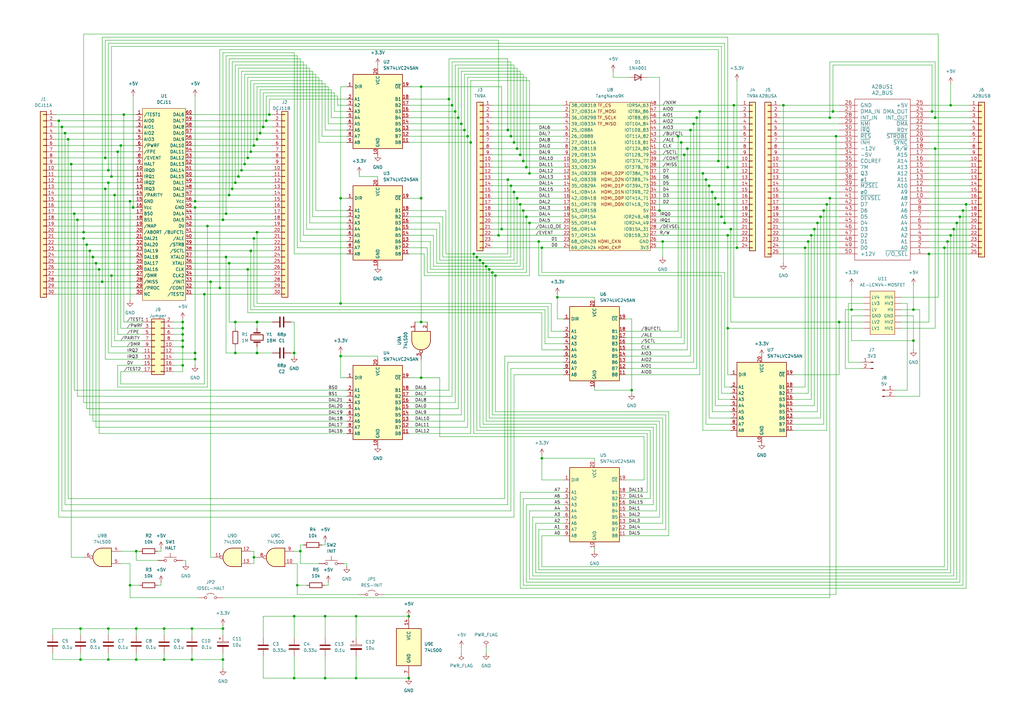
<source format=kicad_sch>
(kicad_sch (version 20231120) (generator "eeschema") (generator_version "8.0")
  (paper "A3")
  (title_block (title "J11 Test 16") (date "2024-11-10") (rev "0.16") (company "nanja.info") (comment 1 "Apple II BUS"))
  (junction (at 120.65 278.13))
  (junction (at 204.47 96.52))
  (junction (at 167.64 252.73))
  (junction (at 91.44 257.81))
  (junction (at 105.41 57.15))
  (junction (at 55.88 226.06))
  (junction (at 35.56 100.33))
  (junction (at 335.28 91.44))
  (junction (at 340.36 48.26))
  (junction (at 383.54 48.26))
  (junction (at 34.29 95.25))
  (junction (at 109.22 49.53))
  (junction (at 331.47 99.06))
  (junction (at 80.01 144.78))
  (junction (at 102.87 102.87))
  (junction (at 26.67 54.61))
  (junction (at 298.45 134.62))
  (junction (at 30.48 87.63))
  (junction (at 38.1 105.41))
  (junction (at 100.33 67.31))
  (junction (at 213.36 83.82))
  (junction (at 104.14 97.79))
  (junction (at 298.45 96.52))
  (junction (at 259.08 160.02))
  (junction (at 194.31 104.14))
  (junction (at 96.52 132.08))
  (junction (at 105.41 144.78))
  (junction (at 40.64 110.49))
  (junction (at 44.45 270.51))
  (junction (at 334.01 93.98))
  (junction (at 212.09 60.96))
  (junction (at 287.02 45.72))
  (junction (at 45.72 72.39))
  (junction (at 33.02 257.81))
  (junction (at 67.31 270.51))
  (junction (at 74.93 142.24))
  (junction (at 121.92 240.03))
  (junction (at 34.29 97.79))
  (junction (at 199.39 109.22))
  (junction (at 222.25 187.96))
  (junction (at 190.5 53.34))
  (junction (at 105.41 95.25))
  (junction (at 279.4 58.42))
  (junction (at 74.93 137.16))
  (junction (at 209.55 76.2))
  (junction (at 43.18 77.47))
  (junction (at 92.71 105.41))
  (junction (at 104.14 59.69))
  (junction (at 285.75 48.26))
  (junction (at 281.94 60.96))
  (junction (at 33.02 270.51))
  (junction (at 212.09 81.28))
  (junction (at 208.28 53.34))
  (junction (at 93.98 107.95))
  (junction (at 187.96 48.26))
  (junction (at 189.23 50.8))
  (junction (at 220.98 99.06))
  (junction (at 302.26 101.6))
  (junction (at 104.14 228.6))
  (junction (at 93.98 80.01))
  (junction (at 45.72 113.03))
  (junction (at 24.13 49.53))
  (junction (at 382.27 45.72))
  (junction (at 53.34 82.55))
  (junction (at 288.29 71.12))
  (junction (at 341.63 45.72))
  (junction (at 336.55 88.9))
  (junction (at 210.82 78.74))
  (junction (at 196.85 106.68))
  (junction (at 97.79 72.39))
  (junction (at 96.52 144.78))
  (junction (at 185.42 43.18))
  (junction (at 383.54 60.96))
  (junction (at 39.37 107.95))
  (junction (at 105.41 132.08))
  (junction (at 337.82 86.36))
  (junction (at 55.88 270.51))
  (junction (at 110.49 46.99))
  (junction (at 213.36 63.5))
  (junction (at 83.82 120.65))
  (junction (at 44.45 257.81))
  (junction (at 340.36 81.28))
  (junction (at 294.64 83.82))
  (junction (at 295.91 88.9))
  (junction (at 74.93 134.62))
  (junction (at 80.01 82.55))
  (junction (at 228.6 121.92))
  (junction (at 172.72 132.08))
  (junction (at 78.74 270.51))
  (junction (at 214.63 66.04))
  (junction (at 49.53 59.69))
  (junction (at 46.99 80.01))
  (junction (at 217.17 91.44))
  (junction (at 193.04 58.42))
  (junction (at 191.77 55.88))
  (junction (at 74.93 149.86))
  (junction (at 67.31 257.81))
  (junction (at 208.28 73.66))
  (junction (at 374.65 127))
  (junction (at 330.2 101.6))
  (junction (at 396.24 83.82))
  (junction (at 195.58 105.41))
  (junction (at 120.65 252.73))
  (junction (at 293.37 81.28))
  (junction (at 85.09 92.71))
  (junction (at 90.17 118.11))
  (junction (at 95.25 77.47))
  (junction (at 41.91 115.57))
  (junction (at 86.36 115.57))
  (junction (at 43.18 64.77))
  (junction (at 394.97 86.36))
  (junction (at 184.15 40.64))
  (junction (at 29.21 67.31))
  (junction (at 271.78 99.06))
  (junction (at 146.05 278.13))
  (junction (at 167.64 278.13))
  (junction (at 91.44 90.17))
  (junction (at 280.67 63.5))
  (junction (at 120.65 144.78))
  (junction (at 300.99 43.18))
  (junction (at 36.83 102.87))
  (junction (at 209.55 55.88))
  (junction (at 139.7 81.28))
  (junction (at 31.75 90.17))
  (junction (at 198.12 107.95))
  (junction (at 78.74 257.81))
  (junction (at 388.62 99.06))
  (junction (at 222.25 101.6))
  (junction (at 342.9 55.88))
  (junction (at 214.63 86.36))
  (junction (at 25.4 52.07))
  (junction (at 203.2 113.03))
  (junction (at 44.45 69.85))
  (junction (at 374.65 139.7))
  (junction (at 205.74 93.98))
  (junction (at 146.05 252.73))
  (junction (at 99.06 69.85))
  (junction (at 339.09 83.82))
  (junction (at 92.71 87.63))
  (junction (at 172.72 35.56))
  (junction (at 123.19 226.06))
  (junction (at 217.17 71.12))
  (junction (at 294.64 66.04))
  (junction (at 53.34 240.03))
  (junction (at 44.45 74.93))
  (junction (at 200.66 110.49))
  (junction (at 139.7 146.05))
  (junction (at 215.9 88.9))
  (junction (at 101.6 110.49))
  (junction (at 48.26 62.23))
  (junction (at 172.72 154.94))
  (junction (at 393.7 88.9))
  (junction (at 101.6 64.77))
  (junction (at 344.17 132.08))
  (junction (at 292.1 78.74))
  (junction (at 186.69 45.72))
  (junction (at 332.74 96.52))
  (junction (at 389.89 43.18))
  (junction (at 80.01 147.32))
  (junction (at 389.89 96.52))
  (junction (at 27.94 57.15))
  (junction (at 387.35 101.6))
  (junction (at 299.72 93.98))
  (junction (at 55.88 257.81))
  (junction (at 284.48 50.8))
  (junction (at 50.8 46.99))
  (junction (at 391.16 93.98))
  (junction (at 139.7 124.46))
  (junction (at 283.21 53.34))
  (junction (at 349.25 127))
  (junction (at 80.01 85.09))
  (junction (at 102.87 62.23))
  (junction (at 91.44 270.51))
  (junction (at 210.82 58.42))
  (junction (at 133.35 278.13))
  (junction (at 96.52 74.93))
  (junction (at 278.13 55.88))
  (junction (at 215.9 68.58))
  (junction (at 74.93 139.7))
  (junction (at 381 104.14))
  (junction (at 107.95 52.07))
  (junction (at 321.31 43.18))
  (junction (at 298.45 68.58))
  (junction (at 289.56 73.66))
  (junction (at 54.61 85.09))
  (junction (at 297.18 91.44))
  (junction (at 201.93 111.76))
  (junction (at 290.83 76.2))
  (junction (at 172.72 81.28))
  (junction (at 270.51 86.36))
  (junction (at 106.68 54.61))
  (junction (at 392.43 91.44))
  (junction (at 133.35 252.73))
  (junction (at 74.93 132.08))
  (wire (pts (xy 49.53 59.69) (xy 49.53 134.62)))
  (wire (pts (xy 167.64 58.42) (xy 193.04 58.42)))
  (wire (pts (xy 74.93 139.7) (xy 74.93 142.24)))
  (wire (pts (xy 201.93 88.9) (xy 215.9 88.9)))
  (wire (pts (xy 339.09 83.82) (xy 339.09 176.53)))
  (wire (pts (xy 74.93 152.4) (xy 74.93 149.86)))
  (wire (pts (xy 105.41 95.25) (xy 105.41 124.46)))
  (wire (pts (xy 381 76.2) (xy 397.51 76.2)))
  (wire (pts (xy 293.37 81.28) (xy 303.53 81.28)))
  (wire (pts (xy 285.75 48.26) (xy 303.53 48.26)))
  (wire (pts (xy 96.52 144.78) (xy 105.41 144.78)))
  (wire (pts (xy 55.88 229.87) (xy 64.77 229.87)))
  (wire (pts (xy 86.36 115.57) (xy 111.76 115.57)))
  (wire (pts (xy 124.46 25.4) (xy 124.46 96.52)))
  (wire (pts (xy 285.75 48.26) (xy 285.75 151.13)))
  (wire (pts (xy 167.64 96.52) (xy 177.8 96.52)))
  (wire (pts (xy 340.36 81.28) (xy 340.36 245.11)))
  (wire (pts (xy 217.17 91.44) (xy 231.14 91.44)))
  (wire (pts (xy 367.03 162.56) (xy 377.19 162.56)))
  (wire (pts (xy 320.04 60.96) (xy 344.17 60.96)))
  (wire (pts (xy 223.52 140.97) (xy 223.52 127)))
  (wire (pts (xy 97.79 27.94) (xy 97.79 72.39)))
  (wire (pts (xy 228.6 121.92) (xy 243.84 121.92)))
  (wire (pts (xy 344.17 132.08) (xy 344.17 153.67)))
  (wire (pts (xy 120.65 132.08) (xy 119.38 132.08)))
  (wire (pts (xy 104.14 97.79) (xy 111.76 97.79)))
  (wire (pts (xy 55.88 267.97) (xy 55.88 270.51)))
  (wire (pts (xy 172.72 147.32) (xy 172.72 154.94)))
  (wire (pts (xy 269.24 96.52) (xy 298.45 96.52)))
  (wire (pts (xy 111.76 59.69) (xy 104.14 59.69)))
  (wire (pts (xy 173.99 104.14) (xy 173.99 113.03)))
  (wire (pts (xy 25.4 52.07) (xy 55.88 52.07)))
  (wire (pts (xy 369.57 121.92) (xy 384.81 121.92)))
  (wire (pts (xy 299.72 153.67) (xy 298.45 153.67)))
  (wire (pts (xy 289.56 73.66) (xy 303.53 73.66)))
  (wire (pts (xy 214.63 86.36) (xy 231.14 86.36)))
  (wire (pts (xy 101.6 64.77) (xy 111.76 64.77)))
  (wire (pts (xy 325.12 158.75) (xy 330.2 158.75)))
  (wire (pts (xy 58.42 144.78) (xy 44.45 144.78)))
  (wire (pts (xy 210.82 58.42) (xy 231.14 58.42)))
  (wire (pts (xy 392.43 91.44) (xy 397.51 91.44)))
  (wire (pts (xy 209.55 209.55) (xy 209.55 151.13)))
  (wire (pts (xy 300.99 43.18) (xy 303.53 43.18)))
  (wire (pts (xy 203.2 168.91) (xy 203.2 113.03)))
  (wire (pts (xy 381 104.14) (xy 381 132.08)))
  (wire (pts (xy 354.33 127) (xy 349.25 127)))
  (wire (pts (xy 97.79 72.39) (xy 111.76 72.39)))
  (wire (pts (xy 49.53 152.4) (xy 58.42 152.4)))
  (wire (pts (xy 78.74 92.71) (xy 85.09 92.71)))
  (wire (pts (xy 146.05 252.73) (xy 167.64 252.73)))
  (wire (pts (xy 43.18 64.77) (xy 55.88 64.77)))
  (wire (pts (xy 269.24 91.44) (xy 297.18 91.44)))
  (wire (pts (xy 298.45 134.62) (xy 298.45 153.67)))
  (wire (pts (xy 55.88 260.35) (xy 55.88 257.81)))
  (wire (pts (xy 187.96 48.26) (xy 187.96 167.64)))
  (wire (pts (xy 369.57 129.54) (xy 374.65 129.54)))
  (wire (pts (xy 39.37 107.95) (xy 55.88 107.95)))
  (wire (pts (xy 93.98 24.13) (xy 123.19 24.13)))
  (wire (pts (xy 49.53 231.14) (xy 53.34 231.14)))
  (wire (pts (xy 27.94 204.47) (xy 207.01 204.47)))
  (wire (pts (xy 133.35 53.34) (xy 142.24 53.34)))
  (wire (pts (xy 24.13 212.09) (xy 210.82 212.09)))
  (wire (pts (xy 223.52 127) (xy 102.87 127)))
  (wire (pts (xy 139.7 146.05) (xy 139.7 154.94)))
  (wire (pts (xy 208.28 24.13) (xy 208.28 53.34)))
  (wire (pts (xy 96.52 134.62) (xy 96.52 132.08)))
  (wire (pts (xy 50.8 46.99) (xy 55.88 46.99)))
  (wire (pts (xy 222.25 219.71) (xy 222.25 232.41)))
  (wire (pts (xy 194.31 104.14) (xy 208.28 104.14)))
  (wire (pts (xy 154.94 26.67) (xy 154.94 27.94)))
  (wire (pts (xy 123.19 223.52) (xy 124.46 223.52)))
  (wire (pts (xy 369.57 134.62) (xy 383.54 134.62)))
  (wire (pts (xy 213.36 241.3) (xy 396.24 241.3)))
  (wire (pts (xy 139.7 124.46) (xy 226.06 124.46)))
  (wire (pts (xy 24.13 49.53) (xy 55.88 49.53)))
  (wire (pts (xy 127 27.94) (xy 127 91.44)))
  (wire (pts (xy 133.35 252.73) (xy 146.05 252.73)))
  (wire (pts (xy 78.74 118.11) (xy 90.17 118.11)))
  (wire (pts (xy 208.28 207.01) (xy 208.28 148.59)))
  (wire (pts (xy 96.52 142.24) (xy 96.52 144.78)))
  (wire (pts (xy 146.05 269.24) (xy 146.05 278.13)))
  (wire (pts (xy 22.86 85.09) (xy 54.61 85.09)))
  (wire (pts (xy 46.99 80.01) (xy 55.88 80.01)))
  (wire (pts (xy 78.74 80.01) (xy 93.98 80.01)))
  (wire (pts (xy 83.82 120.65) (xy 83.82 157.48)))
  (wire (pts (xy 187.96 27.94) (xy 212.09 27.94)))
  (wire (pts (xy 30.48 87.63) (xy 55.88 87.63)))
  (wire (pts (xy 226.06 135.89) (xy 226.06 124.46)))
  (wire (pts (xy 280.67 63.5) (xy 303.53 63.5)))
  (wire (pts (xy 273.05 217.17) (xy 273.05 170.18)))
  (wire (pts (xy 120.65 231.14) (xy 121.92 231.14)))
  (wire (pts (xy 269.24 53.34) (xy 283.21 53.34)))
  (wire (pts (xy 381 104.14) (xy 397.51 104.14)))
  (wire (pts (xy 203.2 113.03) (xy 217.17 113.03)))
  (wire (pts (xy 207.01 204.47) (xy 207.01 146.05)))
  (wire (pts (xy 120.65 252.73) (xy 133.35 252.73)))
  (wire (pts (xy 256.54 140.97) (xy 280.67 140.97)))
  (wire (pts (xy 374.65 139.7) (xy 374.65 143.51)))
  (wire (pts (xy 185.42 25.4) (xy 209.55 25.4)))
  (wire (pts (xy 243.84 158.75) (xy 243.84 160.02)))
  (wire (pts (xy 298.45 96.52) (xy 298.45 134.62)))
  (wire (pts (xy 320.04 81.28) (xy 340.36 81.28)))
  (wire (pts (xy 105.41 35.56) (xy 134.62 35.56)))
  (wire (pts (xy 243.84 187.96) (xy 243.84 189.23)))
  (wire (pts (xy 44.45 260.35) (xy 44.45 257.81)))
  (wire (pts (xy 205.74 93.98) (xy 231.14 93.98)))
  (wire (pts (xy 176.53 99.06) (xy 176.53 110.49)))
  (wire (pts (xy 270.51 86.36) (xy 303.53 86.36)))
  (wire (pts (xy 74.93 142.24) (xy 74.93 149.86)))
  (wire (pts (xy 78.74 107.95) (xy 93.98 107.95)))
  (wire (pts (xy 381 101.6) (xy 387.35 101.6)))
  (wire (pts (xy 147.32 72.39) (xy 154.94 72.39)))
  (wire (pts (xy 167.64 172.72) (xy 190.5 172.72)))
  (wire (pts (xy 320.04 55.88) (xy 342.9 55.88)))
  (wire (pts (xy 40.64 110.49) (xy 55.88 110.49)))
  (wire (pts (xy 269.24 63.5) (xy 280.67 63.5)))
  (wire (pts (xy 45.72 72.39) (xy 55.88 72.39)))
  (wire (pts (xy 231.14 135.89) (xy 226.06 135.89)))
  (wire (pts (xy 298.45 96.52) (xy 303.53 96.52)))
  (wire (pts (xy 381 99.06) (xy 388.62 99.06)))
  (wire (pts (xy 31.75 90.17) (xy 55.88 90.17)))
  (wire (pts (xy 194.31 104.14) (xy 194.31 177.8)))
  (wire (pts (xy 325.12 176.53) (xy 339.09 176.53)))
  (wire (pts (xy 320.04 93.98) (xy 334.01 93.98)))
  (wire (pts (xy 129.54 86.36) (xy 142.24 86.36)))
  (wire (pts (xy 91.44 270.51) (xy 91.44 274.32)))
  (wire (pts (xy 78.74 97.79) (xy 104.14 97.79)))
  (wire (pts (xy 80.01 85.09) (xy 111.76 85.09)))
  (wire (pts (xy 388.62 99.06) (xy 397.51 99.06)))
  (wire (pts (xy 383.54 134.62) (xy 383.54 60.96)))
  (wire (pts (xy 74.93 137.16) (xy 74.93 139.7)))
  (wire (pts (xy 101.6 128.27) (xy 222.25 128.27)))
  (wire (pts (xy 34.29 95.25) (xy 55.88 95.25)))
  (wire (pts (xy 123.19 99.06) (xy 142.24 99.06)))
  (wire (pts (xy 256.54 196.85) (xy 264.16 196.85)))
  (wire (pts (xy 105.41 134.62) (xy 105.41 132.08)))
  (wire (pts (xy 102.87 102.87) (xy 102.87 127)))
  (wire (pts (xy 213.36 29.21) (xy 213.36 63.5)))
  (wire (pts (xy 341.63 45.72) (xy 344.17 45.72)))
  (wire (pts (xy 78.74 90.17) (xy 91.44 90.17)))
  (wire (pts (xy 105.41 142.24) (xy 105.41 144.78)))
  (wire (pts (xy 220.98 113.03) (xy 295.91 113.03)))
  (wire (pts (xy 129.54 30.48) (xy 129.54 86.36)))
  (wire (pts (xy 26.67 54.61) (xy 26.67 207.01)))
  (wire (pts (xy 387.35 232.41) (xy 387.35 101.6)))
  (wire (pts (xy 157.48 243.84) (xy 342.9 243.84)))
  (wire (pts (xy 137.16 38.1) (xy 137.16 45.72)))
  (wire (pts (xy 92.71 87.63) (xy 111.76 87.63)))
  (wire (pts (xy 381 60.96) (xy 383.54 60.96)))
  (wire (pts (xy 231.14 214.63) (xy 219.71 214.63)))
  (wire (pts (xy 38.1 105.41) (xy 38.1 172.72)))
  (wire (pts (xy 167.64 99.06) (xy 176.53 99.06)))
  (wire (pts (xy 382.27 45.72) (xy 397.51 45.72)))
  (wire (pts (xy 217.17 33.02) (xy 217.17 71.12)))
  (wire (pts (xy 146.05 261.62) (xy 146.05 252.73)))
  (wire (pts (xy 299.72 166.37) (xy 293.37 166.37)))
  (wire (pts (xy 133.35 223.52) (xy 132.08 223.52)))
  (wire (pts (xy 256.54 214.63) (xy 271.78 214.63)))
  (wire (pts (xy 201.93 45.72) (xy 231.14 45.72)))
  (wire (pts (xy 231.14 207.01) (xy 215.9 207.01)))
  (wire (pts (xy 372.11 124.46) (xy 372.11 160.02)))
  (wire (pts (xy 220.98 99.06) (xy 231.14 99.06)))
  (wire (pts (xy 269.24 66.04) (xy 294.64 66.04)))
  (wire (pts (xy 332.74 96.52) (xy 332.74 163.83)))
  (wire (pts (xy 349.25 127) (xy 349.25 116.84)))
  (wire (pts (xy 187.96 48.26) (xy 187.96 27.94)))
  (wire (pts (xy 292.1 78.74) (xy 303.53 78.74)))
  (wire (pts (xy 133.35 269.24) (xy 133.35 278.13)))
  (wire (pts (xy 120.65 226.06) (xy 123.19 226.06)))
  (wire (pts (xy 53.34 240.03) (xy 53.34 245.11)))
  (wire (pts (xy 222.25 143.51) (xy 231.14 143.51)))
  (wire (pts (xy 21.59 270.51) (xy 33.02 270.51)))
  (wire (pts (xy 201.93 83.82) (xy 213.36 83.82)))
  (wire (pts (xy 55.88 270.51) (xy 67.31 270.51)))
  (wire (pts (xy 384.81 13.97) (xy 384.81 121.92)))
  (wire (pts (xy 111.76 46.99) (xy 110.49 46.99)))
  (wire (pts (xy 278.13 55.88) (xy 303.53 55.88)))
  (wire (pts (xy 142.24 177.8) (xy 40.64 177.8)))
  (wire (pts (xy 22.86 113.03) (xy 45.72 113.03)))
  (wire (pts (xy 284.48 50.8) (xy 303.53 50.8)))
  (wire (pts (xy 193.04 33.02) (xy 217.17 33.02)))
  (wire (pts (xy 43.18 77.47) (xy 43.18 147.32)))
  (wire (pts (xy 267.97 175.26) (xy 196.85 175.26)))
  (wire (pts (xy 71.12 132.08) (xy 74.93 132.08)))
  (wire (pts (xy 74.93 134.62) (xy 74.93 137.16)))
  (wire (pts (xy 33.02 257.81) (xy 44.45 257.81)))
  (wire (pts (xy 34.29 13.97) (xy 384.81 13.97)))
  (wire (pts (xy 101.6 110.49) (xy 111.76 110.49)))
  (wire (pts (xy 298.45 134.62) (xy 354.33 134.62)))
  (wire (pts (xy 381 78.74) (xy 397.51 78.74)))
  (wire (pts (xy 107.95 38.1) (xy 107.95 52.07)))
  (wire (pts (xy 369.57 127) (xy 374.65 127)))
  (wire (pts (xy 106.68 36.83) (xy 106.68 54.61)))
  (wire (pts (xy 142.24 167.64) (xy 35.56 167.64)))
  (wire (pts (xy 210.82 106.68) (xy 210.82 78.74)))
  (wire (pts (xy 120.65 261.62) (xy 120.65 252.73)))
  (wire (pts (xy 67.31 267.97) (xy 67.31 270.51)))
  (wire (pts (xy 53.34 82.55) (xy 55.88 82.55)))
  (wire (pts (xy 266.7 176.53) (xy 195.58 176.53)))
  (wire (pts (xy 269.24 73.66) (xy 289.56 73.66)))
  (wire (pts (xy 78.74 82.55) (xy 80.01 82.55)))
  (wire (pts (xy 294.64 83.82) (xy 303.53 83.82)))
  (wire (pts (xy 78.74 260.35) (xy 78.74 257.81)))
  (wire (pts (xy 90.17 20.32) (xy 294.64 20.32)))
  (wire (pts (xy 256.54 201.93) (xy 265.43 201.93)))
  (wire (pts (xy 167.64 35.56) (xy 172.72 35.56)))
  (wire (pts (xy 85.09 92.71) (xy 111.76 92.71)))
  (wire (pts (xy 292.1 78.74) (xy 292.1 168.91)))
  (wire (pts (xy 320.04 58.42) (xy 344.17 58.42)))
  (wire (pts (xy 142.24 154.94) (xy 139.7 154.94)))
  (wire (pts (xy 74.93 132.08) (xy 74.93 134.62)))
  (wire (pts (xy 213.36 109.22) (xy 213.36 83.82)))
  (wire (pts (xy 204.47 96.52) (xy 231.14 96.52)))
  (wire (pts (xy 25.4 52.07) (xy 25.4 209.55)))
  (wire (pts (xy 128.27 29.21) (xy 128.27 88.9)))
  (wire (pts (xy 354.33 121.92) (xy 300.99 121.92)))
  (wire (pts (xy 104.14 231.14) (xy 102.87 231.14)))
  (wire (pts (xy 133.35 34.29) (xy 133.35 53.34)))
  (wire (pts (xy 215.9 207.01) (xy 215.9 238.76)))
  (wire (pts (xy 201.93 71.12) (xy 217.17 71.12)))
  (wire (pts (xy 231.14 212.09) (xy 218.44 212.09)))
  (wire (pts (xy 22.86 49.53) (xy 24.13 49.53)))
  (wire (pts (xy 44.45 257.81) (xy 55.88 257.81)))
  (wire (pts (xy 217.17 113.03) (xy 217.17 91.44)))
  (wire (pts (xy 78.74 59.69) (xy 104.14 59.69)))
  (wire (pts (xy 30.48 160.02) (xy 142.24 160.02)))
  (wire (pts (xy 342.9 55.88) (xy 344.17 55.88)))
  (wire (pts (xy 349.25 139.7) (xy 374.65 139.7)))
  (wire (pts (xy 190.5 53.34) (xy 190.5 172.72)))
  (wire (pts (xy 22.86 46.99) (xy 50.8 46.99)))
  (wire (pts (xy 78.74 69.85) (xy 99.06 69.85)))
  (wire (pts (xy 269.24 209.55) (xy 269.24 173.99)))
  (wire (pts (xy 78.74 100.33) (xy 111.76 100.33)))
  (wire (pts (xy 217.17 71.12) (xy 231.14 71.12)))
  (wire (pts (xy 231.14 219.71) (xy 222.25 219.71)))
  (wire (pts (xy 97.79 27.94) (xy 127 27.94)))
  (wire (pts (xy 24.13 49.53) (xy 24.13 212.09)))
  (wire (pts (xy 342.9 55.88) (xy 342.9 243.84)))
  (wire (pts (xy 299.72 163.83) (xy 294.64 163.83)))
  (wire (pts (xy 44.45 69.85) (xy 55.88 69.85)))
  (wire (pts (xy 321.31 107.95) (xy 321.31 43.18)))
  (wire (pts (xy 27.94 57.15) (xy 55.88 57.15)))
  (wire (pts (xy 383.54 48.26) (xy 397.51 48.26)))
  (wire (pts (xy 91.44 267.97) (xy 91.44 270.51)))
  (wire (pts (xy 320.04 101.6) (xy 330.2 101.6)))
  (wire (pts (xy 22.86 77.47) (xy 43.18 77.47)))
  (wire (pts (xy 22.86 54.61) (xy 26.67 54.61)))
  (wire (pts (xy 294.64 66.04) (xy 303.53 66.04)))
  (wire (pts (xy 121.92 22.86) (xy 121.92 101.6)))
  (wire (pts (xy 199.39 172.72) (xy 270.51 172.72)))
  (wire (pts (xy 78.74 85.09) (xy 80.01 85.09)))
  (wire (pts (xy 86.36 228.6) (xy 87.63 228.6)))
  (wire (pts (xy 74.93 130.81) (xy 74.93 132.08)))
  (wire (pts (xy 22.86 62.23) (xy 48.26 62.23)))
  (wire (pts (xy 180.34 106.68) (xy 196.85 106.68)))
  (wire (pts (xy 381 45.72) (xy 382.27 45.72)))
  (wire (pts (xy 120.65 21.59) (xy 120.65 104.14)))
  (wire (pts (xy 389.89 96.52) (xy 389.89 234.95)))
  (wire (pts (xy 214.63 204.47) (xy 231.14 204.47)))
  (wire (pts (xy 297.18 91.44) (xy 303.53 91.44)))
  (wire (pts (xy 259.08 160.02) (xy 259.08 161.29)))
  (wire (pts (xy 43.18 77.47) (xy 55.88 77.47)))
  (wire (pts (xy 167.64 165.1) (xy 186.69 165.1)))
  (wire (pts (xy 120.65 269.24) (xy 120.65 278.13)))
  (wire (pts (xy 78.74 62.23) (xy 102.87 62.23)))
  (wire (pts (xy 105.41 35.56) (xy 105.41 57.15)))
  (wire (pts (xy 22.86 120.65) (xy 55.88 120.65)))
  (wire (pts (xy 121.92 240.03) (xy 121.92 243.84)))
  (wire (pts (xy 91.44 21.59) (xy 120.65 21.59)))
  (wire (pts (xy 213.36 201.93) (xy 213.36 241.3)))
  (wire (pts (xy 340.36 81.28) (xy 344.17 81.28)))
  (wire (pts (xy 22.86 90.17) (xy 31.75 90.17)))
  (wire (pts (xy 41.91 115.57) (xy 55.88 115.57)))
  (wire (pts (xy 210.82 153.67) (xy 231.14 153.67)))
  (wire (pts (xy 34.29 95.25) (xy 34.29 13.97)))
  (wire (pts (xy 215.9 88.9) (xy 231.14 88.9)))
  (wire (pts (xy 26.67 207.01) (xy 208.28 207.01)))
  (wire (pts (xy 228.6 121.92) (xy 228.6 120.65)))
  (wire (pts (xy 214.63 66.04) (xy 231.14 66.04)))
  (wire (pts (xy 320.04 91.44) (xy 335.28 91.44)))
  (wire (pts (xy 273.05 170.18) (xy 201.93 170.18)))
  (wire (pts (xy 210.82 26.67) (xy 210.82 58.42)))
  (wire (pts (xy 107.95 252.73) (xy 120.65 252.73)))
  (wire (pts (xy 269.24 76.2) (xy 290.83 76.2)))
  (wire (pts (xy 201.93 68.58) (xy 215.9 68.58)))
  (wire (pts (xy 22.86 110.49) (xy 40.64 110.49)))
  (wire (pts (xy 48.26 62.23) (xy 55.88 62.23)))
  (wire (pts (xy 201.93 101.6) (xy 222.25 101.6)))
  (wire (pts (xy 104.14 226.06) (xy 104.14 228.6)))
  (wire (pts (xy 167.64 48.26) (xy 187.96 48.26)))
  (wire (pts (xy 175.26 101.6) (xy 175.26 111.76)))
  (wire (pts (xy 53.34 240.03) (xy 57.15 240.03)))
  (wire (pts (xy 93.98 107.95) (xy 111.76 107.95)))
  (wire (pts (xy 45.72 19.05) (xy 295.91 19.05)))
  (wire (pts (xy 243.84 160.02) (xy 259.08 160.02)))
  (wire (pts (xy 22.86 72.39) (xy 45.72 72.39)))
  (wire (pts (xy 78.74 57.15) (xy 105.41 57.15)))
  (wire (pts (xy 200.66 110.49) (xy 214.63 110.49)))
  (wire (pts (xy 222.25 128.27) (xy 222.25 143.51)))
  (wire (pts (xy 124.46 96.52) (xy 142.24 96.52)))
  (wire (pts (xy 218.44 212.09) (xy 218.44 236.22)))
  (wire (pts (xy 222.25 187.96) (xy 243.84 187.96)))
  (wire (pts (xy 344.17 132.08) (xy 354.33 132.08)))
  (wire (pts (xy 102.87 102.87) (xy 111.76 102.87)))
  (wire (pts (xy 71.12 137.16) (xy 74.93 137.16)))
  (wire (pts (xy 184.15 40.64) (xy 184.15 160.02)))
  (wire (pts (xy 71.12 149.86) (xy 74.93 149.86)))
  (wire (pts (xy 283.21 53.34) (xy 283.21 146.05)))
  (wire (pts (xy 49.53 226.06) (xy 55.88 226.06)))
  (wire (pts (xy 139.7 144.78) (xy 139.7 146.05)))
  (wire (pts (xy 110.49 40.64) (xy 142.24 40.64)))
  (wire (pts (xy 346.71 127) (xy 349.25 127)))
  (wire (pts (xy 256.54 151.13) (xy 285.75 151.13)))
  (wire (pts (xy 186.69 45.72) (xy 186.69 26.67)))
  (wire (pts (xy 201.93 99.06) (xy 220.98 99.06)))
  (wire (pts (xy 256.54 219.71) (xy 274.32 219.71)))
  (wire (pts (xy 22.86 67.31) (xy 29.21 67.31)))
  (wire (pts (xy 290.83 76.2) (xy 290.83 171.45)))
  (wire (pts (xy 391.16 93.98) (xy 397.51 93.98)))
  (wire (pts (xy 80.01 85.09) (xy 80.01 144.78)))
  (wire (pts (xy 106.68 54.61) (xy 111.76 54.61)))
  (wire (pts (xy 175.26 111.76) (xy 201.93 111.76)))
  (wire (pts (xy 269.24 173.99) (xy 198.12 173.99)))
  (wire (pts (xy 381 43.18) (xy 389.89 43.18)))
  (wire (pts (xy 33.02 260.35) (xy 33.02 257.81)))
  (wire (pts (xy 389.89 34.29) (xy 389.89 43.18)))
  (wire (pts (xy 191.77 55.88) (xy 191.77 31.75)))
  (wire (pts (xy 49.53 157.48) (xy 83.82 157.48)))
  (wire (pts (xy 167.64 162.56) (xy 185.42 162.56)))
  (wire (pts (xy 267.97 207.01) (xy 267.97 175.26)))
  (wire (pts (xy 46.99 80.01) (xy 46.99 139.7)))
  (wire (pts (xy 299.72 93.98) (xy 303.53 93.98)))
  (wire (pts (xy 389.89 43.18) (xy 397.51 43.18)))
  (wire (pts (xy 119.38 144.78) (xy 120.65 144.78)))
  (wire (pts (xy 381 93.98) (xy 391.16 93.98)))
  (wire (pts (xy 44.45 270.51) (xy 55.88 270.51)))
  (wire (pts (xy 281.94 60.96) (xy 303.53 60.96)))
  (wire (pts (xy 48.26 149.86) (xy 58.42 149.86)))
  (wire (pts (xy 213.36 63.5) (xy 231.14 63.5)))
  (wire (pts (xy 381 58.42) (xy 397.51 58.42)))
  (wire (pts (xy 189.23 50.8) (xy 189.23 29.21)))
  (wire (pts (xy 396.24 83.82) (xy 396.24 241.3)))
  (wire (pts (xy 222.25 101.6) (xy 231.14 101.6)))
  (wire (pts (xy 320.04 66.04) (xy 344.17 66.04)))
  (wire (pts (xy 393.7 88.9) (xy 393.7 238.76)))
  (wire (pts (xy 295.91 88.9) (xy 303.53 88.9)))
  (wire (pts (xy 193.04 58.42) (xy 193.04 33.02)))
  (wire (pts (xy 256.54 217.17) (xy 273.05 217.17)))
  (wire (pts (xy 335.28 168.91) (xy 335.28 91.44)))
  (wire (pts (xy 85.09 92.71) (xy 85.09 158.75)))
  (wire (pts (xy 289.56 73.66) (xy 289.56 173.99)))
  (wire (pts (xy 22.86 57.15) (xy 27.94 57.15)))
  (wire (pts (xy 347.98 124.46) (xy 354.33 124.46)))
  (wire (pts (xy 264.16 196.85) (xy 264.16 179.07)))
  (wire (pts (xy 387.35 101.6) (xy 397.51 101.6)))
  (wire (pts (xy 331.47 99.06) (xy 344.17 99.06)))
  (wire (pts (xy 78.74 52.07) (xy 107.95 52.07)))
  (wire (pts (xy 383.54 60.96) (xy 397.51 60.96)))
  (wire (pts (xy 214.63 240.03) (xy 394.97 240.03)))
  (wire (pts (xy 111.76 52.07) (xy 107.95 52.07)))
  (wire (pts (xy 224.79 138.43) (xy 224.79 125.73)))
  (wire (pts (xy 78.74 49.53) (xy 109.22 49.53)))
  (wire (pts (xy 374.65 116.84) (xy 374.65 127)))
  (wire (pts (xy 102.87 33.02) (xy 102.87 62.23)))
  (wire (pts (xy 22.86 107.95) (xy 39.37 107.95)))
  (wire (pts (xy 71.12 152.4) (xy 74.93 152.4)))
  (wire (pts (xy 214.63 240.03) (xy 214.63 204.47)))
  (wire (pts (xy 271.78 171.45) (xy 200.66 171.45)))
  (wire (pts (xy 50.8 132.08) (xy 58.42 132.08)))
  (wire (pts (xy 96.52 26.67) (xy 125.73 26.67)))
  (wire (pts (xy 167.64 175.26) (xy 191.77 175.26)))
  (wire (pts (xy 71.12 134.62) (xy 74.93 134.62)))
  (wire (pts (xy 388.62 99.06) (xy 388.62 233.68)))
  (wire (pts (xy 214.63 110.49) (xy 214.63 86.36)))
  (wire (pts (xy 256.54 153.67) (xy 287.02 153.67)))
  (wire (pts (xy 269.24 88.9) (xy 295.91 88.9)))
  (wire (pts (xy 281.94 60.96) (xy 281.94 143.51)))
  (wire (pts (xy 382.27 26.67) (xy 341.63 26.67)))
  (wire (pts (xy 93.98 107.95) (xy 93.98 132.08)))
  (wire (pts (xy 340.36 48.26) (xy 340.36 25.4)))
  (wire (pts (xy 90.17 118.11) (xy 111.76 118.11)))
  (wire (pts (xy 201.93 73.66) (xy 208.28 73.66)))
  (wire (pts (xy 172.72 35.56) (xy 205.74 35.56)))
  (wire (pts (xy 40.64 110.49) (xy 40.64 177.8)))
  (wire (pts (xy 80.01 144.78) (xy 80.01 147.32)))
  (wire (pts (xy 25.4 209.55) (xy 209.55 209.55)))
  (wire (pts (xy 167.64 88.9) (xy 181.61 88.9)))
  (wire (pts (xy 134.62 35.56) (xy 134.62 50.8)))
  (wire (pts (xy 222.25 186.69) (xy 222.25 187.96)))
  (wire (pts (xy 287.02 45.72) (xy 303.53 45.72)))
  (wire (pts (xy 280.67 63.5) (xy 280.67 140.97)))
  (wire (pts (xy 269.24 83.82) (xy 294.64 83.82)))
  (wire (pts (xy 381 48.26) (xy 383.54 48.26)))
  (wire (pts (xy 167.64 45.72) (xy 186.69 45.72)))
  (wire (pts (xy 133.35 240.03) (xy 134.62 240.03)))
  (wire (pts (xy 107.95 269.24) (xy 107.95 278.13)))
  (wire (pts (xy 78.74 110.49) (xy 101.6 110.49)))
  (wire (pts (xy 298.45 68.58) (xy 303.53 68.58)))
  (wire (pts (xy 22.86 52.07) (xy 25.4 52.07)))
  (wire (pts (xy 104.14 34.29) (xy 133.35 34.29)))
  (wire (pts (xy 297.18 158.75) (xy 297.18 111.76)))
  (wire (pts (xy 31.75 90.17) (xy 31.75 162.56)))
  (wire (pts (xy 269.24 60.96) (xy 281.94 60.96)))
  (wire (pts (xy 120.65 146.05) (xy 120.65 144.78)))
  (wire (pts (xy 34.29 165.1) (xy 34.29 97.79)))
  (wire (pts (xy 340.36 25.4) (xy 383.54 25.4)))
  (wire (pts (xy 217.17 209.55) (xy 231.14 209.55)))
  (wire (pts (xy 256.54 130.81) (xy 259.08 130.81)))
  (wire (pts (xy 191.77 55.88) (xy 191.77 175.26)))
  (wire (pts (xy 278.13 55.88) (xy 278.13 135.89)))
  (wire (pts (xy 45.72 113.03) (xy 45.72 142.24)))
  (wire (pts (xy 33.02 270.51) (xy 44.45 270.51)))
  (wire (pts (xy 78.74 102.87) (xy 102.87 102.87)))
  (wire (pts (xy 270.51 212.09) (xy 256.54 212.09)))
  (wire (pts (xy 212.09 27.94) (xy 212.09 60.96)))
  (wire (pts (xy 284.48 148.59) (xy 284.48 50.8)))
  (wire (pts (xy 121.92 243.84) (xy 147.32 243.84)))
  (wire (pts (xy 201.93 91.44) (xy 217.17 91.44)))
  (wire (pts (xy 222.25 111.76) (xy 297.18 111.76)))
  (wire (pts (xy 78.74 267.97) (xy 78.74 270.51)))
  (wire (pts (xy 104.14 228.6) (xy 104.14 231.14)))
  (wire (pts (xy 167.64 91.44) (xy 180.34 91.44)))
  (wire (pts (xy 287.02 45.72) (xy 287.02 153.67)))
  (wire (pts (xy 91.44 245.11) (xy 340.36 245.11)))
  (wire (pts (xy 111.76 74.93) (xy 96.52 74.93)))
  (wire (pts (xy 283.21 53.34) (xy 303.53 53.34)))
  (wire (pts (xy 269.24 58.42) (xy 279.4 58.42)))
  (wire (pts (xy 167.64 160.02) (xy 184.15 160.02)))
  (wire (pts (xy 212.09 81.28) (xy 231.14 81.28)))
  (wire (pts (xy 167.64 50.8) (xy 189.23 50.8)))
  (wire (pts (xy 111.76 57.15) (xy 105.41 57.15)))
  (wire (pts (xy 320.04 45.72) (xy 341.63 45.72)))
  (wire (pts (xy 154.94 146.05) (xy 154.94 147.32)))
  (wire (pts (xy 21.59 257.81) (xy 33.02 257.81)))
  (wire (pts (xy 201.93 86.36) (xy 214.63 86.36)))
  (wire (pts (xy 22.86 82.55) (xy 53.34 82.55)))
  (wire (pts (xy 353.06 151.13) (xy 346.71 151.13)))
  (wire (pts (xy 167.64 40.64) (xy 184.15 40.64)))
  (wire (pts (xy 139.7 146.05) (xy 154.94 146.05)))
  (wire (pts (xy 132.08 55.88) (xy 142.24 55.88)))
  (wire (pts (xy 381 55.88) (xy 397.51 55.88)))
  (wire (pts (xy 231.14 130.81) (xy 228.6 130.81)))
  (wire (pts (xy 55.88 226.06) (xy 57.15 226.06)))
  (wire (pts (xy 58.42 147.32) (xy 43.18 147.32)))
  (wire (pts (xy 78.74 87.63) (xy 92.71 87.63)))
  (wire (pts (xy 134.62 50.8) (xy 142.24 50.8)))
  (wire (pts (xy 123.19 231.14) (xy 130.81 231.14)))
  (wire (pts (xy 92.71 22.86) (xy 92.71 87.63)))
  (wire (pts (xy 274.32 219.71) (xy 274.32 168.91)))
  (wire (pts (xy 93.98 80.01) (xy 111.76 80.01)))
  (wire (pts (xy 199.39 109.22) (xy 199.39 172.72)))
  (wire (pts (xy 297.18 158.75) (xy 299.72 158.75)))
  (wire (pts (xy 45.72 72.39) (xy 45.72 19.05)))
  (wire (pts (xy 86.36 115.57) (xy 86.36 228.6)))
  (wire (pts (xy 215.9 31.75) (xy 215.9 68.58)))
  (wire (pts (xy 39.37 175.26) (xy 142.24 175.26)))
  (wire (pts (xy 320.04 71.12) (xy 344.17 71.12)))
  (wire (pts (xy 142.24 172.72) (xy 38.1 172.72)))
  (wire (pts (xy 107.95 278.13) (xy 120.65 278.13)))
  (wire (pts (xy 270.51 172.72) (xy 270.51 212.09)))
  (wire (pts (xy 265.43 177.8) (xy 194.31 177.8)))
  (wire (pts (xy 299.72 173.99) (xy 289.56 173.99)))
  (wire (pts (xy 185.42 43.18) (xy 185.42 25.4)))
  (wire (pts (xy 105.41 124.46) (xy 139.7 124.46)))
  (wire (pts (xy 22.86 80.01) (xy 46.99 80.01)))
  (wire (pts (xy 212.09 107.95) (xy 212.09 81.28)))
  (wire (pts (xy 320.04 83.82) (xy 339.09 83.82)))
  (wire (pts (xy 222.25 101.6) (xy 222.25 111.76)))
  (wire (pts (xy 31.75 162.56) (xy 142.24 162.56)))
  (wire (pts (xy 347.98 148.59) (xy 347.98 124.46)))
  (wire (pts (xy 269.24 78.74) (xy 292.1 78.74)))
  (wire (pts (xy 107.95 38.1) (xy 137.16 38.1)))
  (wire (pts (xy 325.12 168.91) (xy 335.28 168.91)))
  (wire (pts (xy 201.93 93.98) (xy 205.74 93.98)))
  (wire (pts (xy 139.7 35.56) (xy 139.7 81.28)))
  (wire (pts (xy 138.43 39.37) (xy 138.43 43.18)))
  (wire (pts (xy 297.18 17.78) (xy 297.18 91.44)))
  (wire (pts (xy 96.52 144.78) (xy 92.71 144.78)))
  (wire (pts (xy 172.72 132.08) (xy 175.26 132.08)))
  (wire (pts (xy 302.26 33.02) (xy 302.26 101.6)))
  (wire (pts (xy 66.04 226.06) (xy 64.77 226.06)))
  (wire (pts (xy 201.93 53.34) (xy 208.28 53.34)))
  (wire (pts (xy 78.74 64.77) (xy 101.6 64.77)))
  (wire (pts (xy 251.46 31.75) (xy 251.46 29.21)))
  (wire (pts (xy 189.23 265.43) (xy 189.23 267.97)))
  (wire (pts (xy 381 71.12) (xy 397.51 71.12)))
  (wire (pts (xy 208.28 104.14) (xy 208.28 73.66)))
  (wire (pts (xy 78.74 67.31) (xy 100.33 67.31)))
  (wire (pts (xy 265.43 201.93) (xy 265.43 177.8)))
  (wire (pts (xy 340.36 48.26) (xy 344.17 48.26)))
  (wire (pts (xy 74.93 229.87) (xy 76.2 229.87)))
  (wire (pts (xy 172.72 81.28) (xy 167.64 81.28)))
  (wire (pts (xy 394.97 86.36) (xy 394.97 240.03)))
  (wire (pts (xy 269.24 99.06) (xy 271.78 99.06)))
  (wire (pts (xy 137.16 45.72) (xy 142.24 45.72)))
  (wire (pts (xy 256.54 148.59) (xy 284.48 148.59)))
  (wire (pts (xy 199.39 265.43) (xy 199.39 267.97)))
  (wire (pts (xy 222.25 232.41) (xy 387.35 232.41)))
  (wire (pts (xy 85.09 158.75) (xy 48.26 158.75)))
  (wire (pts (xy 181.61 105.41) (xy 195.58 105.41)))
  (wire (pts (xy 299.72 171.45) (xy 290.83 171.45)))
  (wire (pts (xy 53.34 231.14) (xy 53.34 240.03)))
  (wire (pts (xy 394.97 86.36) (xy 397.51 86.36)))
  (wire (pts (xy 199.39 109.22) (xy 213.36 109.22)))
  (wire (pts (xy 209.55 76.2) (xy 231.14 76.2)))
  (wire (pts (xy 354.33 129.54) (xy 349.25 129.54)))
  (wire (pts (xy 396.24 83.82) (xy 397.51 83.82)))
  (wire (pts (xy 320.04 96.52) (xy 332.74 96.52)))
  (wire (pts (xy 29.21 67.31) (xy 55.88 67.31)))
  (wire (pts (xy 320.04 99.06) (xy 331.47 99.06)))
  (wire (pts (xy 325.12 163.83) (xy 332.74 163.83)))
  (wire (pts (xy 269.24 86.36) (xy 270.51 86.36)))
  (wire (pts (xy 256.54 143.51) (xy 281.94 143.51)))
  (wire (pts (xy 54.61 39.37) (xy 54.61 85.09)))
  (wire (pts (xy 295.91 161.29) (xy 295.91 113.03)))
  (wire (pts (xy 302.26 101.6) (xy 303.53 101.6)))
  (wire (pts (xy 336.55 88.9) (xy 344.17 88.9)))
  (wire (pts (xy 91.44 256.54) (xy 91.44 257.81)))
  (wire (pts (xy 201.93 81.28) (xy 212.09 81.28)))
  (wire (pts (xy 102.87 62.23) (xy 111.76 62.23)))
  (wire (pts (xy 256.54 204.47) (xy 266.7 204.47)))
  (wire (pts (xy 142.24 165.1) (xy 34.29 165.1)))
  (wire (pts (xy 101.6 110.49) (xy 101.6 128.27)))
  (wire (pts (xy 167.64 43.18) (xy 185.42 43.18)))
  (wire (pts (xy 45.72 142.24) (xy 58.42 142.24)))
  (wire (pts (xy 125.73 26.67) (xy 125.73 93.98)))
  (wire (pts (xy 142.24 170.18) (xy 36.83 170.18)))
  (wire (pts (xy 53.34 245.11) (xy 81.28 245.11)))
  (wire (pts (xy 78.74 257.81) (xy 91.44 257.81)))
  (wire (pts (xy 55.88 257.81) (xy 67.31 257.81)))
  (wire (pts (xy 186.69 26.67) (xy 210.82 26.67)))
  (wire (pts (xy 294.64 83.82) (xy 294.64 163.83)))
  (wire (pts (xy 44.45 17.78) (xy 297.18 17.78)))
  (wire (pts (xy 381 63.5) (xy 397.51 63.5)))
  (wire (pts (xy 201.93 55.88) (xy 209.55 55.88)))
  (wire (pts (xy 231.14 138.43) (xy 224.79 138.43)))
  (wire (pts (xy 21.59 260.35) (xy 21.59 257.81)))
  (wire (pts (xy 204.47 16.51) (xy 204.47 96.52)))
  (wire (pts (xy 128.27 88.9) (xy 142.24 88.9)))
  (wire (pts (xy 102.87 33.02) (xy 132.08 33.02)))
  (wire (pts (xy 35.56 100.33) (xy 35.56 167.64)))
  (wire (pts (xy 66.04 240.03) (xy 66.04 238.76)))
  (wire (pts (xy 299.72 132.08) (xy 299.72 93.98)))
  (wire (pts (xy 22.86 115.57) (xy 41.91 115.57)))
  (wire (pts (xy 184.15 40.64) (xy 184.15 24.13)))
  (wire (pts (xy 293.37 81.28) (xy 293.37 166.37)))
  (wire (pts (xy 167.64 86.36) (xy 182.88 86.36)))
  (wire (pts (xy 142.24 231.14) (xy 142.24 232.41)))
  (wire (pts (xy 167.64 170.18) (xy 189.23 170.18)))
  (wire (pts (xy 374.65 127) (xy 377.19 127)))
  (wire (pts (xy 222.25 187.96) (xy 222.25 196.85)))
  (wire (pts (xy 213.36 83.82) (xy 231.14 83.82)))
  (wire (pts (xy 231.14 201.93) (xy 213.36 201.93)))
  (wire (pts (xy 80.01 39.37) (xy 80.01 82.55)))
  (wire (pts (xy 334.01 93.98) (xy 344.17 93.98)))
  (wire (pts (xy 41.91 115.57) (xy 41.91 15.24)))
  (wire (pts (xy 142.24 35.56) (xy 139.7 35.56)))
  (wire (pts (xy 29.21 228.6) (xy 34.29 228.6)))
  (wire (pts (xy 180.34 91.44) (xy 180.34 106.68)))
  (wire (pts (xy 99.06 29.21) (xy 99.06 69.85)))
  (wire (pts (xy 154.94 72.39) (xy 154.94 73.66)))
  (wire (pts (xy 100.33 30.48) (xy 100.33 67.31)))
  (wire (pts (xy 320.04 50.8) (xy 344.17 50.8)))
  (wire (pts (xy 331.47 161.29) (xy 331.47 99.06)))
  (wire (pts (xy 294.64 20.32) (xy 294.64 66.04)))
  (wire (pts (xy 201.93 78.74) (xy 210.82 78.74)))
  (wire (pts (xy 96.52 26.67) (xy 96.52 74.93)))
  (wire (pts (xy 288.29 71.12) (xy 303.53 71.12)))
  (wire (pts (xy 257.81 31.75) (xy 251.46 31.75)))
  (wire (pts (xy 299.72 168.91) (xy 292.1 168.91)))
  (wire (pts (xy 219.71 214.63) (xy 219.71 234.95)))
  (wire (pts (xy 320.04 88.9) (xy 336.55 88.9)))
  (wire (pts (xy 121.92 101.6) (xy 142.24 101.6)))
  (wire (pts (xy 269.24 50.8) (xy 284.48 50.8)))
  (wire (pts (xy 22.86 95.25) (xy 34.29 95.25)))
  (wire (pts (xy 208.28 73.66) (xy 231.14 73.66)))
  (wire (pts (xy 269.24 55.88) (xy 278.13 55.88)))
  (wire (pts (xy 29.21 67.31) (xy 29.21 228.6)))
  (wire (pts (xy 43.18 16.51) (xy 43.18 64.77)))
  (wire (pts (xy 120.65 104.14) (xy 142.24 104.14)))
  (wire (pts (xy 182.88 86.36) (xy 182.88 104.14)))
  (wire (pts (xy 374.65 129.54) (xy 374.65 139.7)))
  (wire (pts (xy 320.04 48.26) (xy 340.36 48.26)))
  (wire (pts (xy 290.83 76.2) (xy 303.53 76.2)))
  (wire (pts (xy 269.24 81.28) (xy 293.37 81.28)))
  (wire (pts (xy 320.04 76.2) (xy 344.17 76.2)))
  (wire (pts (xy 256.54 138.43) (xy 279.4 138.43)))
  (wire (pts (xy 138.43 43.18) (xy 142.24 43.18)))
  (wire (pts (xy 209.55 25.4) (xy 209.55 55.88)))
  (wire (pts (xy 110.49 46.99) (xy 110.49 40.64)))
  (wire (pts (xy 105.41 144.78) (xy 111.76 144.78)))
  (wire (pts (xy 224.79 125.73) (xy 104.14 125.73)))
  (wire (pts (xy 341.63 26.67) (xy 341.63 45.72)))
  (wire (pts (xy 78.74 77.47) (xy 95.25 77.47)))
  (wire (pts (xy 50.8 46.99) (xy 50.8 132.08)))
  (wire (pts (xy 104.14 34.29) (xy 104.14 59.69)))
  (wire (pts (xy 381 81.28) (xy 397.51 81.28)))
  (wire (pts (xy 325.12 161.29) (xy 331.47 161.29)))
  (wire (pts (xy 170.18 132.08) (xy 172.72 132.08)))
  (wire (pts (xy 22.86 102.87) (xy 36.83 102.87)))
  (wire (pts (xy 127 91.44) (xy 142.24 91.44)))
  (wire (pts (xy 201.93 43.18) (xy 231.14 43.18)))
  (wire (pts (xy 140.97 231.14) (xy 142.24 231.14)))
  (wire (pts (xy 259.08 130.81) (xy 259.08 160.02)))
  (wire (pts (xy 205.74 35.56) (xy 205.74 93.98)))
  (wire (pts (xy 78.74 270.51) (xy 91.44 270.51)))
  (wire (pts (xy 274.32 168.91) (xy 203.2 168.91)))
  (wire (pts (xy 219.71 234.95) (xy 389.89 234.95)))
  (wire (pts (xy 330.2 101.6) (xy 330.2 158.75)))
  (wire (pts (xy 186.69 45.72) (xy 186.69 165.1)))
  (wire (pts (xy 39.37 107.95) (xy 39.37 175.26)))
  (wire (pts (xy 265.43 31.75) (xy 270.51 31.75)))
  (wire (pts (xy 220.98 113.03) (xy 220.98 99.06)))
  (wire (pts (xy 105.41 95.25) (xy 111.76 95.25)))
  (wire (pts (xy 22.86 100.33) (xy 35.56 100.33)))
  (wire (pts (xy 209.55 151.13) (xy 231.14 151.13)))
  (wire (pts (xy 48.26 62.23) (xy 48.26 137.16)))
  (wire (pts (xy 92.71 22.86) (xy 121.92 22.86)))
  (wire (pts (xy 349.25 129.54) (xy 349.25 139.7)))
  (wire (pts (xy 44.45 74.93) (xy 55.88 74.93)))
  (wire (pts (xy 120.65 278.13) (xy 133.35 278.13)))
  (wire (pts (xy 99.06 29.21) (xy 128.27 29.21)))
  (wire (pts (xy 22.86 118.11) (xy 55.88 118.11)))
  (wire (pts (xy 93.98 24.13) (xy 93.98 80.01)))
  (wire (pts (xy 179.07 93.98) (xy 179.07 107.95)))
  (wire (pts (xy 320.04 68.58) (xy 344.17 68.58)))
  (wire (pts (xy 167.64 104.14) (xy 173.99 104.14)))
  (wire (pts (xy 381 73.66) (xy 397.51 73.66)))
  (wire (pts (xy 92.71 105.41) (xy 111.76 105.41)))
  (wire (pts (xy 139.7 81.28) (xy 142.24 81.28)))
  (wire (pts (xy 92.71 105.41) (xy 92.71 144.78)))
  (wire (pts (xy 35.56 100.33) (xy 55.88 100.33)))
  (wire (pts (xy 133.35 261.62) (xy 133.35 252.73)))
  (wire (pts (xy 71.12 142.24) (xy 74.93 142.24)))
  (wire (pts (xy 195.58 105.41) (xy 195.58 176.53)))
  (wire (pts (xy 91.44 21.59) (xy 91.44 90.17)))
  (wire (pts (xy 71.12 147.32) (xy 80.01 147.32)))
  (wire (pts (xy 201.93 58.42) (xy 210.82 58.42)))
  (wire (pts (xy 172.72 35.56) (xy 172.72 81.28)))
  (wire (pts (xy 209.55 105.41) (xy 209.55 76.2)))
  (wire (pts (xy 201.93 96.52) (xy 204.47 96.52)))
  (wire (pts (xy 44.45 267.97) (xy 44.45 270.51)))
  (wire (pts (xy 78.74 105.41) (xy 92.71 105.41)))
  (wire (pts (xy 48.26 137.16) (xy 58.42 137.16)))
  (wire (pts (xy 78.74 46.99) (xy 110.49 46.99)))
  (wire (pts (xy 210.82 78.74) (xy 231.14 78.74)))
  (wire (pts (xy 201.93 48.26) (xy 231.14 48.26)))
  (wire (pts (xy 107.95 261.62) (xy 107.95 252.73)))
  (wire (pts (xy 210.82 212.09) (xy 210.82 153.67)))
  (wire (pts (xy 201.93 111.76) (xy 201.93 170.18)))
  (wire (pts (xy 93.98 132.08) (xy 96.52 132.08)))
  (wire (pts (xy 217.17 237.49) (xy 217.17 209.55)))
  (wire (pts (xy 100.33 67.31) (xy 111.76 67.31)))
  (wire (pts (xy 22.86 64.77) (xy 43.18 64.77)))
  (wire (pts (xy 172.72 81.28) (xy 172.72 132.08)))
  (wire (pts (xy 44.45 74.93) (xy 44.45 144.78)))
  (wire (pts (xy 320.04 53.34) (xy 344.17 53.34)))
  (wire (pts (xy 41.91 15.24) (xy 298.45 15.24)))
  (wire (pts (xy 201.93 63.5) (xy 213.36 63.5)))
  (wire (pts (xy 190.5 30.48) (xy 214.63 30.48)))
  (wire (pts (xy 49.53 59.69) (xy 55.88 59.69)))
  (wire (pts (xy 78.74 72.39) (xy 97.79 72.39)))
  (wire (pts (xy 36.83 102.87) (xy 36.83 170.18)))
  (wire (pts (xy 179.07 107.95) (xy 198.12 107.95)))
  (wire (pts (xy 104.14 228.6) (xy 105.41 228.6)))
  (wire (pts (xy 182.88 104.14) (xy 194.31 104.14)))
  (wire (pts (xy 209.55 55.88) (xy 231.14 55.88)))
  (wire (pts (xy 300.99 121.92) (xy 300.99 43.18)))
  (wire (pts (xy 147.32 72.39) (xy 147.32 71.12)))
  (wire (pts (xy 382.27 26.67) (xy 382.27 45.72)))
  (wire (pts (xy 288.29 71.12) (xy 288.29 176.53)))
  (wire (pts (xy 381 91.44) (xy 392.43 91.44)))
  (wire (pts (xy 100.33 30.48) (xy 129.54 30.48)))
  (wire (pts (xy 121.92 231.14) (xy 121.92 240.03)))
  (wire (pts (xy 193.04 58.42) (xy 193.04 177.8)))
  (wire (pts (xy 231.14 217.17) (xy 220.98 217.17)))
  (wire (pts (xy 44.45 17.78) (xy 44.45 69.85)))
  (wire (pts (xy 78.74 113.03) (xy 111.76 113.03)))
  (wire (pts (xy 381 96.52) (xy 389.89 96.52)))
  (wire (pts (xy 201.93 76.2) (xy 209.55 76.2)))
  (wire (pts (xy 198.12 107.95) (xy 198.12 173.99)))
  (wire (pts (xy 266.7 204.47) (xy 266.7 176.53)))
  (wire (pts (xy 201.93 50.8) (xy 231.14 50.8)))
  (wire (pts (xy 383.54 25.4) (xy 383.54 48.26)))
  (wire (pts (xy 67.31 260.35) (xy 67.31 257.81)))
  (wire (pts (xy 123.19 223.52) (xy 123.19 226.06)))
  (wire (pts (xy 177.8 109.22) (xy 199.39 109.22)))
  (wire (pts (xy 271.78 214.63) (xy 271.78 171.45)))
  (wire (pts (xy 180.34 179.07) (xy 180.34 154.94)))
  (wire (pts (xy 392.43 237.49) (xy 217.17 237.49)))
  (wire (pts (xy 320.04 73.66) (xy 344.17 73.66)))
  (wire (pts (xy 271.78 99.06) (xy 303.53 99.06)))
  (wire (pts (xy 125.73 93.98) (xy 142.24 93.98)))
  (wire (pts (xy 381 53.34) (xy 397.51 53.34)))
  (wire (pts (xy 392.43 91.44) (xy 392.43 237.49)))
  (wire (pts (xy 130.81 58.42) (xy 142.24 58.42)))
  (wire (pts (xy 325.12 171.45) (xy 336.55 171.45)))
  (wire (pts (xy 335.28 91.44) (xy 344.17 91.44)))
  (wire (pts (xy 64.77 240.03) (xy 66.04 240.03)))
  (wire (pts (xy 181.61 88.9) (xy 181.61 105.41)))
  (wire (pts (xy 167.64 55.88) (xy 191.77 55.88)))
  (wire (pts (xy 167.64 101.6) (xy 175.26 101.6)))
  (wire (pts (xy 139.7 81.28) (xy 139.7 124.46)))
  (wire (pts (xy 49.53 134.62) (xy 58.42 134.62)))
  (wire (pts (xy 78.74 120.65) (xy 83.82 120.65)))
  (wire (pts (xy 133.35 278.13) (xy 146.05 278.13)))
  (wire (pts (xy 212.09 60.96) (xy 231.14 60.96)))
  (wire (pts (xy 336.55 88.9) (xy 336.55 171.45)))
  (wire (pts (xy 391.16 93.98) (xy 391.16 236.22)))
  (wire (pts (xy 337.82 86.36) (xy 337.82 173.99)))
  (wire (pts (xy 256.54 135.89) (xy 278.13 135.89)))
  (wire (pts (xy 208.28 53.34) (xy 231.14 53.34)))
  (wire (pts (xy 21.59 267.97) (xy 21.59 270.51)))
  (wire (pts (xy 198.12 107.95) (xy 212.09 107.95)))
  (wire (pts (xy 67.31 270.51) (xy 78.74 270.51)))
  (wire (pts (xy 243.84 224.79) (xy 243.84 226.06)))
  (wire (pts (xy 270.51 31.75) (xy 270.51 86.36)))
  (wire (pts (xy 135.89 36.83) (xy 135.89 48.26)))
  (wire (pts (xy 22.86 97.79) (xy 34.29 97.79)))
  (wire (pts (xy 389.89 96.52) (xy 397.51 96.52)))
  (wire (pts (xy 201.93 66.04) (xy 214.63 66.04)))
  (wire (pts (xy 269.24 43.18) (xy 300.99 43.18)))
  (wire (pts (xy 95.25 77.47) (xy 111.76 77.47)))
  (wire (pts (xy 269.24 93.98) (xy 299.72 93.98)))
  (wire (pts (xy 78.74 54.61) (xy 106.68 54.61)))
  (wire (pts (xy 215.9 68.58) (xy 231.14 68.58)))
  (wire (pts (xy 132.08 33.02) (xy 132.08 55.88)))
  (wire (pts (xy 283.21 146.05) (xy 256.54 146.05)))
  (wire (pts (xy 195.58 105.41) (xy 209.55 105.41)))
  (wire (pts (xy 185.42 43.18) (xy 185.42 162.56)))
  (wire (pts (xy 49.53 157.48) (xy 49.53 152.4)))
  (wire (pts (xy 96.52 132.08) (xy 105.41 132.08)))
  (wire (pts (xy 200.66 110.49) (xy 200.66 171.45)))
  (wire (pts (xy 191.77 31.75) (xy 215.9 31.75)))
  (wire (pts (xy 46.99 139.7) (xy 58.42 139.7)))
  (wire (pts (xy 320.04 78.74) (xy 344.17 78.74)))
  (wire (pts (xy 101.6 31.75) (xy 101.6 64.77)))
  (wire (pts (xy 264.16 179.07) (xy 180.34 179.07)))
  (wire (pts (xy 167.64 154.94) (xy 172.72 154.94)))
  (wire (pts (xy 91.44 257.81) (xy 91.44 260.35)))
  (wire (pts (xy 45.72 113.03) (xy 55.88 113.03)))
  (wire (pts (xy 172.72 154.94) (xy 180.34 154.94)))
  (wire (pts (xy 83.82 120.65) (xy 111.76 120.65)))
  (wire (pts (xy 123.19 24.13) (xy 123.19 99.06)))
  (wire (pts (xy 105.41 132.08) (xy 111.76 132.08)))
  (wire (pts (xy 22.86 69.85) (xy 44.45 69.85)))
  (wire (pts (xy 106.68 36.83) (xy 135.89 36.83)))
  (wire (pts (xy 34.29 97.79) (xy 55.88 97.79)))
  (wire (pts (xy 215.9 238.76) (xy 393.7 238.76)))
  (wire (pts (xy 190.5 53.34) (xy 190.5 30.48)))
  (wire (pts (xy 27.94 57.15) (xy 27.94 204.47)))
  (wire (pts (xy 201.93 60.96) (xy 212.09 60.96)))
  (wire (pts (xy 22.86 105.41) (xy 38.1 105.41)))
  (wire (pts (xy 271.78 99.06) (xy 271.78 105.41)))
  (wire (pts (xy 80.01 82.55) (xy 111.76 82.55)))
  (wire (pts (xy 325.12 173.99) (xy 337.82 173.99)))
  (wire (pts (xy 218.44 236.22) (xy 391.16 236.22)))
  (wire (pts (xy 334.01 93.98) (xy 334.01 166.37)))
  (wire (pts (xy 22.86 59.69) (xy 49.53 59.69)))
  (wire (pts (xy 381 86.36) (xy 394.97 86.36)))
  (wire (pts (xy 22.86 74.93) (xy 44.45 74.93)))
  (wire (pts (xy 36.83 102.87) (xy 55.88 102.87)))
  (wire (pts (xy 184.15 24.13) (xy 208.28 24.13)))
  (wire (pts (xy 109.22 39.37) (xy 109.22 49.53)))
  (wire (pts (xy 381 88.9) (xy 393.7 88.9)))
  (wire (pts (xy 71.12 144.78) (xy 80.01 144.78)))
  (wire (pts (xy 295.91 19.05) (xy 295.91 88.9)))
  (wire (pts (xy 111.76 49.53) (xy 109.22 49.53)))
  (wire (pts (xy 177.8 96.52) (xy 177.8 109.22)))
  (wire (pts (xy 269.24 68.58) (xy 298.45 68.58)))
  (wire (pts (xy 295.91 161.29) (xy 299.72 161.29)))
  (wire (pts (xy 269.24 48.26) (xy 285.75 48.26)))
  (wire (pts (xy 189.23 29.21) (xy 213.36 29.21)))
  (wire (pts (xy 381 66.04) (xy 397.51 66.04)))
  (wire (pts (xy 22.86 87.63) (xy 30.48 87.63)))
  (wire (pts (xy 176.53 110.49) (xy 200.66 110.49)))
  (wire (pts (xy 30.48 87.63) (xy 30.48 160.02)))
  (wire (pts (xy 320.04 43.18) (xy 321.31 43.18)))
  (wire (pts (xy 66.04 226.06) (xy 66.04 224.79)))
  (wire (pts (xy 393.7 88.9) (xy 397.51 88.9)))
  (wire (pts (xy 369.57 124.46) (xy 372.11 124.46)))
  (wire (pts (xy 269.24 45.72) (xy 287.02 45.72)))
  (wire (pts (xy 53.34 82.55) (xy 53.34 123.19)))
  (wire (pts (xy 104.14 97.79) (xy 104.14 125.73)))
  (wire (pts (xy 243.84 123.19) (xy 243.84 121.92)))
  (wire (pts (xy 369.57 132.08) (xy 381 132.08)))
  (wire (pts (xy 381 83.82) (xy 396.24 83.82)))
  (wire (pts (xy 76.2 229.87) (xy 76.2 231.14)))
  (wire (pts (xy 372.11 160.02) (xy 367.03 160.02)))
  (wire (pts (xy 121.92 240.03) (xy 125.73 240.03)))
  (wire (pts (xy 26.67 54.61) (xy 55.88 54.61)))
  (wire (pts (xy 320.04 86.36) (xy 337.82 86.36)))
  (wire (pts (xy 208.28 148.59) (xy 231.14 148.59)))
  (wire (pts (xy 54.61 85.09) (xy 55.88 85.09)))
  (wire (pts (xy 353.06 148.59) (xy 347.98 148.59)))
  (wire (pts (xy 78.74 115.57) (xy 86.36 115.57)))
  (wire (pts (xy 196.85 106.68) (xy 196.85 175.26)))
  (wire (pts (xy 95.25 25.4) (xy 95.25 77.47)))
  (wire (pts (xy 325.12 153.67) (xy 344.17 153.67)))
  (wire (pts (xy 71.12 139.7) (xy 74.93 139.7)))
  (wire (pts (xy 22.86 92.71) (xy 55.88 92.71)))
  (wire (pts (xy 325.12 166.37) (xy 334.01 166.37)))
  (wire (pts (xy 48.26 158.75) (xy 48.26 149.86)))
  (wire (pts (xy 38.1 105.41) (xy 55.88 105.41)))
  (wire (pts (xy 269.24 71.12) (xy 288.29 71.12)))
  (wire (pts (xy 298.45 15.24) (xy 298.45 68.58)))
  (wire (pts (xy 167.64 177.8) (xy 193.04 177.8)))
  (wire (pts (xy 167.64 93.98) (xy 179.07 93.98)))
  (wire (pts (xy 80.01 147.32) (xy 80.01 149.86)))
  (wire (pts (xy 173.99 113.03) (xy 203.2 113.03)))
  (wire (pts (xy 196.85 106.68) (xy 210.82 106.68)))
  (wire (pts (xy 55.88 229.87) (xy 55.88 226.06)))
  (wire (pts (xy 189.23 50.8) (xy 189.23 170.18)))
  (wire (pts (xy 320.04 63.5) (xy 344.17 63.5)))
  (wire (pts (xy 91.44 90.17) (xy 111.76 90.17)))
  (wire (pts (xy 99.06 69.85) (xy 111.76 69.85)))
  (wire (pts (xy 299.72 132.08) (xy 344.17 132.08)))
  (wire (pts (xy 167.64 53.34) (xy 190.5 53.34)))
  (wire (pts (xy 43.18 16.51) (xy 204.47 16.51)))
  (wire (pts (xy 78.74 95.25) (xy 105.41 95.25)))
  (wire (pts (xy 339.09 83.82) (xy 344.17 83.82)))
  (wire (pts (xy 95.25 25.4) (xy 124.46 25.4)))
  (wire (pts (xy 201.93 111.76) (xy 215.9 111.76)))
  (wire (pts (xy 215.9 111.76) (xy 215.9 88.9)))
  (wire (pts (xy 146.05 278.13) (xy 167.64 278.13)))
  (wire (pts (xy 269.24 101.6) (xy 302.26 101.6)))
  (wire (pts (xy 231.14 196.85) (xy 222.25 196.85)))
  (wire (pts (xy 67.31 257.81) (xy 78.74 257.81)))
  (wire (pts (xy 381 50.8) (xy 397.51 50.8)))
  (wire (pts (xy 220.98 217.17) (xy 220.98 233.68)))
  (wire (pts (xy 279.4 58.42) (xy 303.53 58.42)))
  (wire (pts (xy 207.01 146.05) (xy 231.14 146.05)))
  (wire (pts (xy 101.6 31.75) (xy 130.81 31.75)))
  (wire (pts (xy 279.4 58.42) (xy 279.4 138.43)))
  (wire (pts (xy 228.6 121.92) (xy 228.6 130.81)))
  (wire (pts (xy 256.54 207.01) (xy 267.97 207.01)))
  (wire (pts (xy 78.74 74.93) (xy 96.52 74.93)))
  (wire (pts (xy 346.71 151.13) (xy 346.71 127)))
  (wire (pts (xy 135.89 48.26) (xy 142.24 48.26)))
  (wire (pts (xy 231.14 140.97) (xy 223.52 140.97)))
  (wire (pts (xy 337.82 86.36) (xy 344.17 86.36)))
  (wire (pts (xy 256.54 209.55) (xy 269.24 209.55)))
  (wire (pts (xy 220.98 233.68) (xy 388.62 233.68)))
  (wire (pts (xy 33.02 267.97) (xy 33.02 270.51)))
  (wire (pts (xy 90.17 118.11) (xy 90.17 20.32)))
  (wire (pts (xy 377.19 162.56) (xy 377.19 127)))
  (wire (pts (xy 330.2 101.6) (xy 344.17 101.6)))
  (wire (pts (xy 104.14 226.06) (xy 102.87 226.06)))
  (wire (pts (xy 134.62 240.03) (xy 134.62 238.76)))
  (wire (pts (xy 299.72 176.53) (xy 288.29 176.53)))
  (wire (pts (xy 321.31 43.18) (xy 344.17 43.18)))
  (wire (pts (xy 167.64 167.64) (xy 187.96 167.64)))
  (wire (pts (xy 109.22 39.37) (xy 138.43 39.37)))
  (wire (pts (xy 130.81 31.75) (xy 130.81 58.42)))
  (wire (pts (xy 320.04 104.14) (xy 344.17 104.14)))
  (wire (pts (xy 120.65 144.78) (xy 120.65 132.08)))
  (wire (pts (xy 381 68.58) (xy 397.51 68.58)))
  (wire (pts (xy 133.35 223.52) (xy 133.35 222.25)))
  (wire (pts (xy 214.63 30.48) (xy 214.63 66.04)))
  (wire (pts (xy 123.19 226.06) (xy 123.19 231.14)))
  (wire (pts (xy 332.74 96.52) (xy 344.17 96.52)))
  (label "A5" (at 227.33 207.01 0))
  (label "{slash}DEVSEL" (at 270.51 93.98 0))
  (label "DAL11" (at 220.98 68.58 0))
  (label "{slash}TEST1" (at 52.07 132.08 0))
  (label "DAL4" (at 220.98 88.9 0))
  (label "CLK" (at 262.89 143.51 0))
  (label "{slash}PARITY" (at 49.53 139.7 0))
  (label "DAL2" (at 257.81 212.09 0))
  (label "DAL12" (at 170.18 177.8 0))
  (label "A7" (at 227.33 201.93 0))
  (label "DAL20" (at 134.62 167.64 0))
  (label "D4" (at 271.78 78.74 0))
  (label "AIO0" (at 271.78 45.72 0))
  (label "{slash}BUFCTL" (at 262.89 135.89 0))
  (label "D3" (at 271.78 81.28 0))
  (label "DAL14" (at 257.81 204.47 0))
  (label "DAL4" (at 257.81 217.17 0))
  (label "DAL0" (at 170.18 167.64 0))
  (label "{slash}SCTL" (at 262.89 140.97 0))
  (label "DAL9" (at 220.98 63.5 0))
  (label "A0" (at 227.33 219.71 0))
  (label "R{slash}W" (at 270.51 96.52 0))
  (label "A2" (at 227.33 214.63 0))
  (label "DAL2" (at 220.98 83.82 0))
  (label "{slash}NXM" (at 271.78 43.18 0))
  (label "AIO1" (at 271.78 48.26 0))
  (label "{slash}ALE" (at 271.78 58.42 0))
  (label "{slash}PWRF" (at 52.07 134.62 0))
  (label "AIO1" (at 262.89 151.13 0))
  (label "AIO2" (at 262.89 148.59 0))
  (label "A6" (at 227.33 204.47 0))
  (label "DAL8" (at 220.98 58.42 0))
  (label "DAL5" (at 257.81 219.71 0))
  (label "DAL10" (at 170.18 172.72 0))
  (label "{slash}ALE" (at 262.89 138.43 0))
  (label "AIO3" (at 271.78 53.34 0))
  (label "{slash}SCTL" (at 271.78 63.5 0))
  (label "DAL10" (at 220.98 66.04 0))
  (label "DAL12" (at 220.98 71.12 0))
  (label "AIO3" (at 262.89 146.05 0))
  (label "{slash}DALLO_OE" (at 219.71 93.98 0))
  (label "DAL7" (at 170.18 162.56 0))
  (label "DAL16" (at 134.62 177.8 0))
  (label "DAL0" (at 220.98 60.96 0))
  (label "BS1" (at 134.62 162.56 0))
  (label "DAL3" (at 220.98 86.36 0))
  (label "DAL17" (at 134.62 175.26 0))
  (label "AIO0" (at 262.89 153.67 0))
  (label "DAL6" (at 220.98 53.34 0))
  (label "DAL21" (at 134.62 165.1 0))
  (label "DV" (at 52.07 149.86 0))
  (label "D2" (at 271.78 83.82 0))
  (label "D1" (at 226.06 99.06 0))
  (label "IRQ0" (at 270.51 88.9 0))
  (label "DAL15" (at 220.98 78.74 0))
  (label "D5" (at 271.78 76.2 0))
  (label "DAL19" (at 134.62 170.18 0))
  (label "{slash}FPE" (at 52.07 137.16 0))
  (label "DAL13" (at 257.81 201.93 0))
  (label "D6" (at 271.78 73.66 0))
  (label "{slash}BUFCTL" (at 271.78 55.88 0))
  (label "DAL3" (at 257.81 214.63 0))
  (label "DAL1" (at 257.81 209.55 0))
  (label "DAL15" (at 257.81 207.01 0))
  (label "BS0" (at 134.62 160.02 0))
  (label "{slash}TEST2" (at 50.8 152.4 0))
  (label "IRQ3" (at 52.07 147.32 0))
  (label "DAL13" (at 220.98 73.66 0))
  (label "DAL7" (at 220.98 55.88 0))
  (label "DAL11" (at 170.18 175.26 0))
  (label "D0" (at 226.06 101.6 0))
  (label "IRQ2" (at 52.07 144.78 0))
  (label "A1" (at 227.33 217.17 0))
  (label "D7" (at 271.78 71.12 0))
  (label "IRQ1" (at 270.51 91.44 0))
  (label "DAL8" (at 170.18 165.1 0))
  (label "DAL6" (at 170.18 160.02 0))
  (label "A4" (at 227.33 209.55 0))
  (label "A3" (at 227.33 212.09 0))
  (label "AIO2" (at 271.78 50.8 0))
  (label "DAL1" (at 220.98 81.28 0))
  (label "CLK" (at 271.78 60.96 0))
  (label "DAL9" (at 170.18 170.18 0))
  (label "{slash}CONT" (at 271.78 66.04 0))
  (label "DAL14" (at 220.98 76.2 0))
  (label "DAL5" (at 220.98 91.44 0))
  (label "{slash}EVENT" (at 219.71 96.52 0))
  (label "{slash}MISS" (at 271.78 68.58 0))
  (label "{slash}DMR" (at 52.07 142.24 0))
  (label "DAL18" (at 134.62 172.72 0))
  (symbol (lib_id "power:+3.3V") (at 228.6 120.65 0) (unit 1)
    (property "Reference" "#PWR011" (effects (hide yes)))
    (property "Value" "+3.3V" (at 228.6 115.57 0))
    (property "Description" "Power symbol creates a global label with name \"+3.3V\"" (effects (hide yes)))
  )
  (symbol (lib_id "power:GND") (at 321.31 107.95 0) (unit 1)
    (property "Reference" "#PWR022" (effects (hide yes)))
    (property "Value" "GND" (at 321.31 113.03 0))
    (property "Description" "Power symbol creates a global label with name \"GND\" , ground" (effects (hide yes)))
  )
  (symbol (lib_id "Apple2_bus:SN74LVC245AN") (at 243.84 140.97 0) (unit 1)
    (property "Reference" "U6" (at 246.0341 120.65 0) (effects (justify left)))
    (property "Value" "SN74LVC245AN" (at 246.0341 123.19 0) (effects (justify left)))
    (property "Footprint" "Package_DIP:DIP-20_W7.62mm" (effects (hide yes)))
    (property "Datasheet" "https://www.ti.com/lit/ds/scas218x/scas218x.pdf" (effects (hide yes)))
    (property "Description" "8-Bit Single-Supply Bus Transceiver With 5V tolerant input voltage and 3-State Outputs 24mA, DIP-20" (effects (hide yes)))
  )
  (symbol (lib_id "Connector_Generic:Conn_01x30") (at 116.84 82.55 0) (unit 1)
    (property "Reference" "J2" (at 115.57 41.91 0) (effects (justify left)))
    (property "Value" "DCJ11B" (at 111.76 44.45 0) (effects (justify left)))
    (property "Footprint" "Connector_PinHeader_2.54mm:PinHeader_1x30_P2.54mm_Vertical" (effects (hide yes)))
    (property "Description" "Generic connector, single row, 01x30, script generated (kicad-library-utils/schlib/autogen/connector/)" (effects (hide yes)))
  )
  (symbol (lib_id "74xx:74LS00") (at 95.25 228.6 0) (mirror y) (unit 4)
    (property "Reference" "U9" (at 95.2583 219.71 0))
    (property "Value" "74LS00" (at 95.2583 222.25 0))
    (property "Footprint" "Apple2_bus:DIP-14_W7.62mm_Socket" (effects (hide yes)))
    (property "Datasheet" "http://www.ti.com/lit/gpn/sn74ls00" (effects (hide yes)))
    (property "Description" "quad 2-input NAND gate" (effects (hide yes)))
  )
  (symbol (lib_id "power:GND") (at 374.65 143.51 0) (unit 1)
    (property "Reference" "#PWR036" (effects (hide yes)))
    (property "Value" "GND" (at 374.65 148.59 0))
    (property "Description" "Power symbol creates a global label with name \"GND\" , ground" (effects (hide yes)))
  )
  (symbol (lib_id "Device:C") (at 55.88 264.16 0) (unit 1)
    (property "Reference" "C8" (at 59.69 262.8899 0) (effects (justify left)))
    (property "Value" "0.1u" (at 59.69 265.4299 0) (effects (justify left)))
    (property "Footprint" "Apple2_bus:C_Disc_D4.3mm_W1.9mm_P5.08mm" (effects (hide yes)))
    (property "Description" "Unpolarized capacitor" (effects (hide yes)))
  )
  (symbol (lib_id "Connector:Conn_01x02_Pin") (at 361.95 160.02 0) (unit 1)
    (property "Reference" "J8" (at 362.585 154.94 0))
    (property "Value" "5V" (at 362.585 157.48 0))
    (property "Footprint" "Connector_PinHeader_2.54mm:PinHeader_1x02_P2.54mm_Vertical" (effects (hide yes)))
    (property "Description" "Generic connector, single row, 01x02, script generated" (effects (hide yes)))
  )
  (symbol (lib_id "power:+3.3V") (at 91.44 256.54 0) (unit 1)
    (property "Reference" "#PWR026" (effects (hide yes)))
    (property "Value" "+3.3V" (at 91.44 251.46 0))
    (property "Description" "Power symbol creates a global label with name \"+3.3V\"" (effects (hide yes)))
  )
  (symbol (lib_id "Apple2_bus:A2_BUS") (at 328.93 88.9 0) (unit 1)
    (property "Reference" "A2BUS1" (at 361.95 35.56 0) (effects (font (size 1.524 1.524))))
    (property "Value" "A2_BUS" (at 361.95 38.1 0) (effects (font (size 1.524 1.524))))
    (property "Footprint" "Apple2_bus:BUS_A2" (effects (hide yes)))
  )
  (symbol (lib_id "power:+3.3V") (at 312.42 146.05 0) (unit 1)
    (property "Reference" "#PWR018" (effects (hide yes)))
    (property "Value" "+3.3V" (at 312.42 140.97 0))
    (property "Description" "Power symbol creates a global label with name \"+3.3V\"" (effects (hide yes)))
  )
  (symbol (lib_id "74xx:74LS00") (at 113.03 228.6 0) (mirror y) (unit 3)
    (property "Reference" "U9" (at 113.0383 219.71 0))
    (property "Value" "74LS00" (at 113.0383 222.25 0))
    (property "Footprint" "Apple2_bus:DIP-14_W7.62mm_Socket" (effects (hide yes)))
    (property "Datasheet" "http://www.ti.com/lit/gpn/sn74ls00" (effects (hide yes)))
    (property "Description" "quad 2-input NAND gate" (effects (hide yes)))
  )
  (symbol (lib_id "Device:Crystal") (at 105.41 138.43 90) (unit 1)
    (property "Reference" "Y1" (at 109.22 137.1599 90) (effects (justify right)))
    (property "Value" "18M" (at 109.22 139.6999 90) (effects (justify right)))
    (property "Footprint" "Crystal:Crystal_HC18-U_Horizontal" (effects (hide yes)))
    (property "Description" "Two pin crystal" (effects (hide yes)))
  )
  (symbol (lib_id "Device:C") (at 115.57 132.08 90) (mirror x) (unit 1)
    (property "Reference" "C1" (at 115.57 139.7 90))
    (property "Value" "68p" (at 115.57 137.16 90))
    (property "Footprint" "Apple2_bus:C_Disc_D3.0mm_W1.6mm_P2.54mm" (effects (hide yes)))
    (property "Description" "Unpolarized capacitor" (effects (hide yes)))
  )
  (symbol (lib_id "74xx:74LS00") (at 172.72 139.7 90) (mirror x) (unit 1)
    (property "Reference" "U9" (at 163.83 139.6917 0))
    (property "Value" "74LS00" (at 166.37 139.6917 0))
    (property "Footprint" "Apple2_bus:DIP-14_W7.62mm_Socket" (effects (hide yes)))
    (property "Datasheet" "http://www.ti.com/lit/gpn/sn74ls00" (effects (hide yes)))
    (property "Description" "quad 2-input NAND gate" (effects (hide yes)))
  )
  (symbol (lib_id "Apple2_bus:DCJ11") (at 67.31 43.18 0) (unit 1) (exclude_from_sim yes)
    (property "Reference" "U1" (at 67.31 39.37 0))
    (property "Value" "DCJ11" (at 67.31 41.91 0))
    (property "Footprint" "Apple2_bus:DCJ11" (effects (hide yes)))
    (property "Datasheet" "http://www.bitsavers.org/pdf/dec/pdp11/1173/EK-DCJ11-UG-PRE_J11ug_Oct83.pdf" (effects (hide yes)))
    (property "Description" "microprocessor chip set that implements the PDP-11 instruction set" (effects (hide yes)))
  )
  (symbol (lib_id "power:+3.3V") (at 222.25 186.69 0) (unit 1)
    (property "Reference" "#PWR032" (effects (hide yes)))
    (property "Value" "+3.3V" (at 222.25 181.61 0))
    (property "Description" "Power symbol creates a global label with name \"+3.3V\"" (effects (hide yes)))
  )
  (symbol (lib_id "power:+5V") (at 389.89 34.29 0) (unit 1)
    (property "Reference" "#PWR024" (effects (hide yes)))
    (property "Value" "+5V" (at 389.89 29.21 0))
    (property "Description" "Power symbol creates a global label with name \"+5V\"" (effects (hide yes)))
  )
  (symbol (lib_id "power:+5V") (at 251.46 29.21 0) (unit 1)
    (property "Reference" "#PWR019" (effects (hide yes)))
    (property "Value" "+5V" (at 251.46 24.13 0))
    (property "Description" "Power symbol creates a global label with name \"+5V\"" (effects (hide yes)))
  )
  (symbol (lib_id "power:+3.3V") (at 154.94 26.67 0) (unit 1)
    (property "Reference" "#PWR012" (effects (hide yes)))
    (property "Value" "+3.3V" (at 154.94 21.59 0))
    (property "Description" "Power symbol creates a global label with name \"+3.3V\"" (effects (hide yes)))
  )
  (symbol (lib_id "power:+5V") (at 189.23 265.43 0) (unit 1)
    (property "Reference" "#PWR025" (effects (hide yes)))
    (property "Value" "+5V" (at 189.23 260.35 0))
    (property "Description" "Power symbol creates a global label with name \"+5V\"" (effects (hide yes)))
  )
  (symbol (lib_id "Connector_Generic:Conn_01x24") (at 308.61 71.12 0) (unit 1)
    (property "Reference" "J4" (at 308.61 36.83 0))
    (property "Value" "TN9A" (at 308.61 39.37 0))
    (property "Footprint" "Connector_PinHeader_2.54mm:PinHeader_1x24_P2.54mm_Vertical" (effects (hide yes)))
    (property "Description" "Generic connector, single row, 01x24, script generated (kicad-library-utils/schlib/autogen/connector/)" (effects (hide yes)))
  )
  (symbol (lib_id "Device:C") (at 33.02 264.16 0) (unit 1)
    (property "Reference" "C6" (at 36.83 262.8899 0) (effects (justify left)))
    (property "Value" "0.1u" (at 36.83 265.4299 0) (effects (justify left)))
    (property "Footprint" "Apple2_bus:C_Disc_D4.3mm_W1.9mm_P5.08mm" (effects (hide yes)))
    (property "Description" "Unpolarized capacitor" (effects (hide yes)))
  )
  (symbol (lib_id "Connector_Generic:Conn_01x25") (at 314.96 73.66 0) (mirror y) (unit 1)
    (property "Reference" "J5" (at 314.96 36.83 0))
    (property "Value" "A2BUSA" (at 314.96 39.37 0))
    (property "Footprint" "Connector_PinHeader_2.54mm:PinHeader_1x25_P2.54mm_Vertical" (effects (hide yes)))
    (property "Description" "Generic connector, single row, 01x25, script generated (kicad-library-utils/schlib/autogen/connector/)" (effects (hide yes)))
  )
  (symbol (lib_id "Device:C") (at 21.59 264.16 0) (unit 1)
    (property "Reference" "C5" (at 25.4 262.8899 0) (effects (justify left)))
    (property "Value" "0.1u" (at 25.4 265.4299 0) (effects (justify left)))
    (property "Footprint" "Apple2_bus:C_Disc_D4.3mm_W1.9mm_P5.08mm" (effects (hide yes)))
    (property "Description" "Unpolarized capacitor" (effects (hide yes)))
  )
  (symbol (lib_id "power:+5V") (at 374.65 116.84 0) (unit 1)
    (property "Reference" "#PWR037" (effects (hide yes)))
    (property "Value" "+5V" (at 374.65 111.76 0))
    (property "Description" "Power symbol creates a global label with name \"+5V\"" (effects (hide yes)))
  )
  (symbol (lib_id "power:GND") (at 243.84 226.06 0) (unit 1)
    (property "Reference" "#PWR033" (effects (hide yes)))
    (property "Value" "GND" (at 243.84 231.14 0))
    (property "Description" "Power symbol creates a global label with name \"GND\" , ground" (effects (hide yes)))
  )
  (symbol (lib_id "power:+3.3V") (at 147.32 71.12 0) (unit 1)
    (property "Reference" "#PWR014" (effects (hide yes)))
    (property "Value" "+3.3V" (at 147.32 66.04 0))
    (property "Description" "Power symbol creates a global label with name \"+3.3V\"" (effects (hide yes)))
  )
  (symbol (lib_id "power:+3.3V") (at 349.25 116.84 0) (unit 1)
    (property "Reference" "#PWR035" (effects (hide yes)))
    (property "Value" "+3.3V" (at 349.25 111.76 0))
    (property "Description" "Power symbol creates a global label with name \"+3.3V\"" (effects (hide yes)))
  )
  (symbol (lib_id "Device:C") (at 44.45 264.16 0) (unit 1)
    (property "Reference" "C7" (at 48.26 262.8899 0) (effects (justify left)))
    (property "Value" "0.1u" (at 48.26 265.4299 0) (effects (justify left)))
    (property "Footprint" "Apple2_bus:C_Disc_D4.3mm_W1.9mm_P5.08mm" (effects (hide yes)))
    (property "Description" "Unpolarized capacitor" (effects (hide yes)))
  )
  (symbol (lib_id "power:GND") (at 259.08 161.29 0) (unit 1)
    (property "Reference" "#PWR017" (effects (hide yes)))
    (property "Value" "GND" (at 259.08 166.37 0))
    (property "Description" "Power symbol creates a global label with name \"GND\" , ground" (effects (hide yes)))
  )
  (symbol (lib_id "power:GND") (at 80.01 149.86 0) (unit 1)
    (property "Reference" "#PWR05" (effects (hide yes)))
    (property "Value" "GND" (at 80.01 154.94 0))
    (property "Description" "Power symbol creates a global label with name \"GND\" , ground" (effects (hide yes)))
  )
  (symbol (lib_id "power:GND") (at 76.2 231.14 0) (unit 1)
    (property "Reference" "#PWR023" (effects (hide yes)))
    (property "Value" "GND" (at 76.2 236.22 0))
    (property "Description" "Power symbol creates a global label with name \"GND\" , ground" (effects (hide yes)))
  )
  (symbol (lib_id "Device:C") (at 120.65 265.43 0) (unit 1)
    (property "Reference" "C4" (at 124.46 264.1599 0) (effects (justify left)))
    (property "Value" "0.33u" (at 124.46 266.6999 0) (effects (justify left)))
    (property "Footprint" "Apple2_bus:C_Disc_D4.3mm_W1.9mm_P5.08mm" (effects (hide yes)))
    (property "Description" "Unpolarized capacitor" (effects (hide yes)))
  )
  (symbol (lib_id "Connector_Generic:Conn_01x25") (at 402.59 73.66 0) (unit 1)
    (property "Reference" "J6" (at 401.32 36.83 0) (effects (justify left)))
    (property "Value" "A2BUSB" (at 398.78 39.37 0) (effects (justify left)))
    (property "Footprint" "Connector_PinHeader_2.54mm:PinHeader_1x25_P2.54mm_Vertical" (effects (hide yes)))
    (property "Description" "Generic connector, single row, 01x25, script generated (kicad-library-utils/schlib/autogen/connector/)" (effects (hide yes)))
  )
  (symbol (lib_id "Device:C") (at 133.35 265.43 0) (unit 1)
    (property "Reference" "C13" (at 137.16 264.1599 0) (effects (justify left)))
    (property "Value" "0.1u" (at 137.16 266.6999 0) (effects (justify left)))
    (property "Footprint" "Apple2_bus:C_Disc_D4.3mm_W1.9mm_P5.08mm" (effects (hide yes)))
    (property "Description" "Unpolarized capacitor" (effects (hide yes)))
  )
  (symbol (lib_id "Connector_Generic:Conn_01x30") (at 17.78 82.55 0) (mirror y) (unit 1)
    (property "Reference" "J1" (at 17.78 40.64 0))
    (property "Value" "DCJ11A" (at 17.78 43.18 0))
    (property "Footprint" "Connector_PinHeader_2.54mm:PinHeader_1x30_P2.54mm_Vertical" (effects (hide yes)))
    (property "Description" "Generic connector, single row, 01x30, script generated (kicad-library-utils/schlib/autogen/connector/)" (effects (hide yes)))
  )
  (symbol (lib_id "Apple2_bus:R") (at 96.52 138.43 0) (unit 1)
    (property "Reference" "R1" (at 99.06 137.16 0) (effects (justify left)))
    (property "Value" "1M" (at 99.06 139.7001 0) (effects (justify left)))
    (property "Footprint" "Resistor_THT:R_Axial_DIN0207_L6.3mm_D2.5mm_P10.16mm_Horizontal" (effects (hide yes)))
    (property "Description" "Resistor" (effects (hide yes)))
  )
  (symbol (lib_id "Device:C") (at 115.57 144.78 90) (mirror x) (unit 1)
    (property "Reference" "C2" (at 115.57 152.4 90))
    (property "Value" "68p" (at 115.57 149.86 90))
    (property "Footprint" "Apple2_bus:C_Disc_D3.0mm_W1.6mm_P2.54mm" (effects (hide yes)))
    (property "Description" "Unpolarized capacitor" (effects (hide yes)))
  )
  (symbol (lib_id "Apple2_bus:C_Polarized") (at 146.05 265.43 0) (unit 1)
    (property "Reference" "C12" (at 149.86 263.2709 0) (effects (justify left)))
    (property "Value" "10u" (at 149.86 265.8109 0) (effects (justify left)))
    (property "Footprint" "Apple2_bus:CP_Radial_D5.0mm_P2.00mm" (effects (hide yes)))
    (property "Description" "Polarized capacitor" (effects (hide yes)))
  )
  (symbol (lib_id "Apple2_bus:SN74LVC245AN") (at 154.94 45.72 0) (unit 1)
    (property "Reference" "U2" (at 157.1341 25.4 0) (effects (justify left)))
    (property "Value" "SN74LVC245AN" (at 157.1341 27.94 0) (effects (justify left)))
    (property "Footprint" "Package_DIP:DIP-20_W7.62mm" (effects (hide yes)))
    (property "Datasheet" "https://www.ti.com/lit/ds/scas218x/scas218x.pdf" (effects (hide yes)))
    (property "Description" "8-Bit Single-Supply Bus Transceiver With 5V tolerant input voltage and 3-State Outputs 24mA, DIP-20" (effects (hide yes)))
  )
  (symbol (lib_id "Apple2_bus:SN74LVC245AN") (at 243.84 207.01 0) (unit 1)
    (property "Reference" "U5" (at 246.0341 186.69 0) (effects (justify left)))
    (property "Value" "SN74LVC245AN" (at 246.0341 189.23 0) (effects (justify left)))
    (property "Footprint" "Package_DIP:DIP-20_W7.62mm" (effects (hide yes)))
    (property "Datasheet" "https://www.ti.com/lit/ds/scas218x/scas218x.pdf" (effects (hide yes)))
    (property "Description" "8-Bit Single-Supply Bus Transceiver With 5V tolerant input voltage and 3-State Outputs 24mA, DIP-20" (effects (hide yes)))
  )
  (symbol (lib_id "power:GND") (at 53.34 123.19 0) (unit 1)
    (property "Reference" "#PWR04" (effects (hide yes)))
    (property "Value" "GND" (at 53.34 128.27 0))
    (property "Description" "Power symbol creates a global label with name \"GND\" , ground" (effects (hide yes)))
  )
  (symbol (lib_id "power:+5V") (at 66.04 238.76 0) (unit 1)
    (property "Reference" "#PWR031" (effects (hide yes)))
    (property "Value" "+5V" (at 66.04 233.68 0))
    (property "Description" "Power symbol creates a global label with name \"+5V\"" (effects (hide yes)))
  )
  (symbol (lib_id "power:PWR_FLAG") (at 189.23 267.97 0) (mirror x) (unit 1)
    (property "Reference" "#FLG01" (effects (hide yes)))
    (property "Value" "PWR_FLAG" (at 189.23 273.05 0))
    (property "Description" "Special symbol for telling ERC where power comes from" (effects (hide yes)))
  )
  (symbol (lib_id "power:+5V") (at 66.04 224.79 0) (unit 1)
    (property "Reference" "#PWR01" (effects (hide yes)))
    (property "Value" "+5V" (at 66.04 219.71 0))
    (property "Description" "Power symbol creates a global label with name \"+5V\"" (effects (hide yes)))
  )
  (symbol (lib_id "Device:C") (at 107.95 265.43 0) (unit 1)
    (property "Reference" "C3" (at 111.76 264.1599 0) (effects (justify left)))
    (property "Value" "0.33u" (at 111.76 266.6999 0) (effects (justify left)))
    (property "Footprint" "Apple2_bus:C_Disc_D4.3mm_W1.9mm_P5.08mm" (effects (hide yes)))
    (property "Description" "Unpolarized capacitor" (effects (hide yes)))
  )
  (symbol (lib_id "Device:C") (at 67.31 264.16 0) (unit 1)
    (property "Reference" "C9" (at 71.12 262.8899 0) (effects (justify left)))
    (property "Value" "0.1u" (at 71.12 265.4299 0) (effects (justify left)))
    (property "Footprint" "Apple2_bus:C_Disc_D4.3mm_W1.9mm_P5.08mm" (effects (hide yes)))
    (property "Description" "Unpolarized capacitor" (effects (hide yes)))
  )
  (symbol (lib_id "Apple2_bus:R") (at 128.27 223.52 90) (unit 1)
    (property "Reference" "R4" (at 128.27 217.17 90))
    (property "Value" "10k" (at 128.27 219.71 90))
    (property "Footprint" "Resistor_THT:R_Axial_DIN0207_L6.3mm_D2.5mm_P10.16mm_Horizontal" (effects (hide yes)))
    (property "Description" "Resistor" (effects (hide yes)))
  )
  (symbol (lib_id "Apple2_bus:C_Polarized") (at 91.44 264.16 0) (unit 1)
    (property "Reference" "C11" (at 95.25 262.0009 0) (effects (justify left)))
    (property "Value" "10u" (at 95.25 264.5409 0) (effects (justify left)))
    (property "Footprint" "Apple2_bus:CP_Radial_D5.0mm_P2.00mm" (effects (hide yes)))
    (property "Description" "Polarized capacitor" (effects (hide yes)))
  )
  (symbol (lib_id "power:GND") (at 271.78 105.41 0) (unit 1)
    (property "Reference" "#PWR02" (effects (hide yes)))
    (property "Value" "GND" (at 271.78 110.49 0))
    (property "Description" "Power symbol creates a global label with name \"GND\" , ground" (effects (hide yes)))
  )
  (symbol (lib_id "Apple2_bus:R") (at 60.96 226.06 90) (unit 1)
    (property "Reference" "R2" (at 60.96 219.71 90))
    (property "Value" "10k" (at 60.96 222.25 90))
    (property "Footprint" "Resistor_THT:R_Axial_DIN0207_L6.3mm_D2.5mm_P10.16mm_Horizontal" (effects (hide yes)))
    (property "Description" "Resistor" (effects (hide yes)))
  )
  (symbol (lib_id "power:+5V") (at 167.64 252.73 0) (unit 1)
    (property "Reference" "#PWR030" (effects (hide yes)))
    (property "Value" "+5V" (at 167.64 247.65 0))
    (property "Description" "Power symbol creates a global label with name \"+5V\"" (effects (hide yes)))
  )
  (symbol (lib_id "power:GND") (at 154.94 63.5 0) (unit 1)
    (property "Reference" "#PWR013" (effects (hide yes)))
    (property "Value" "GND" (at 154.94 68.58 0))
    (property "Description" "Power symbol creates a global label with name \"GND\" , ground" (effects (hide yes)))
  )
  (symbol (lib_id "power:+5V") (at 54.61 39.37 0) (unit 1)
    (property "Reference" "#PWR03" (effects (hide yes)))
    (property "Value" "+5V" (at 54.61 34.29 0))
    (property "Description" "Power symbol creates a global label with name \"+5V\"" (effects (hide yes)))
  )
  (symbol (lib_id "power:PWR_FLAG") (at 199.39 265.43 0) (unit 1)
    (property "Reference" "#FLG02" (effects (hide yes)))
    (property "Value" "PWR_FLAG" (at 199.39 260.35 0))
    (property "Description" "Special symbol for telling ERC where power comes from" (effects (hide yes)))
  )
  (symbol (lib_id "power:+5V") (at 80.01 39.37 0) (unit 1)
    (property "Reference" "#PWR06" (effects (hide yes)))
    (property "Value" "+5V" (at 80.01 34.29 0))
    (property "Description" "Power symbol creates a global label with name \"+5V\"" (effects (hide yes)))
  )
  (symbol (lib_id "Apple2_bus:AE-LCNV4-MOSFET") (at 361.95 138.43 180) (unit 1)
    (property "Reference" "U11" (at 361.95 114.3 0))
    (property "Value" "AE-LCNV4-MOSFET" (at 361.95 116.84 0))
    (property "Footprint" "Apple2_bus:AE-LCNV4-MOSFET" (effects (hide yes)))
    (property "Datasheet" "https://akizukidenshi.com/goodsaffix/AE-LCNV4-MOSFET_20200316.pdf" (effects (hide yes)))
    (property "Description" "4 bit bi-direction voltage shifter" (effects (hide yes)))
  )
  (symbol (lib_id "power:GND") (at 312.42 181.61 0) (unit 1)
    (property "Reference" "#PWR021" (effects (hide yes)))
    (property "Value" "GND" (at 312.42 186.69 0))
    (property "Description" "Power symbol creates a global label with name \"GND\" , ground" (effects (hide yes)))
  )
  (symbol (lib_id "74xx:74LS00") (at 167.64 265.43 0) (unit 5)
    (property "Reference" "U9" (at 173.99 264.1599 0) (effects (justify left)))
    (property "Value" "74LS00" (at 173.99 266.6999 0) (effects (justify left)))
    (property "Footprint" "Apple2_bus:DIP-14_W7.62mm_Socket" (effects (hide yes)))
    (property "Datasheet" "http://www.ti.com/lit/gpn/sn74ls00" (effects (hide yes)))
    (property "Description" "quad 2-input NAND gate" (effects (hide yes)))
  )
  (symbol (lib_id "Switch:SW_Push") (at 135.89 231.14 0) (unit 1)
    (property "Reference" "SW2" (at 135.89 223.52 0))
    (property "Value" "INIT" (at 135.89 226.06 0))
    (property "Footprint" "Button_Switch_THT:SW_PUSH_6mm_H4.3mm" (effects (hide yes)))
    (property "Description" "Push button switch, generic, two pins" (effects (hide yes)))
  )
  (symbol (lib_id "Apple2_bus:SN74LVC245AN") (at 154.94 91.44 0) (unit 1)
    (property "Reference" "U3" (at 157.1341 71.12 0) (effects (justify left)))
    (property "Value" "SN74LVC245AN" (at 157.1341 73.66 0) (effects (justify left)))
    (property "Footprint" "Package_DIP:DIP-20_W7.62mm" (effects (hide yes)))
    (property "Datasheet" "https://www.ti.com/lit/ds/scas218x/scas218x.pdf" (effects (hide yes)))
    (property "Description" "8-Bit Single-Supply Bus Transceiver With 5V tolerant input voltage and 3-State Outputs 24mA, DIP-20" (effects (hide yes)))
  )
  (symbol (lib_id "Connector_Generic:Conn_02x09_Odd_Even") (at 63.5 142.24 0) (unit 1)
    (property "Reference" "J9" (at 64.77 127 0))
    (property "Value" "Jumper" (at 64.77 129.54 0))
    (property "Footprint" "Connector_PinHeader_2.54mm:PinHeader_2x09_P2.54mm_Vertical" (effects (hide yes)))
    (property "Description" "Generic connector, double row, 02x09, odd/even pin numbering scheme (row 1 odd numbers, row 2 even numbers), script generated (kicad-library-utils/schlib/autogen/connector/)" (effects (hide yes)))
  )
  (symbol (lib_id "power:+5V") (at 134.62 238.76 0) (unit 1)
    (property "Reference" "#PWR034" (effects (hide yes)))
    (property "Value" "+5V" (at 134.62 233.68 0))
    (property "Description" "Power symbol creates a global label with name \"+5V\"" (effects (hide yes)))
  )
  (symbol (lib_id "Switch:SW_Push") (at 69.85 229.87 0) (unit 1)
    (property "Reference" "SW1" (at 69.85 222.25 0))
    (property "Value" "HALT" (at 69.85 224.79 0))
    (property "Footprint" "Button_Switch_THT:SW_PUSH_6mm_H4.3mm" (effects (hide yes)))
    (property "Description" "Push button switch, generic, two pins" (effects (hide yes)))
  )
  (symbol (lib_id "power:+5V") (at 74.93 130.81 0) (unit 1)
    (property "Reference" "#PWR038" (effects (hide yes)))
    (property "Value" "+5V" (at 74.93 125.73 0))
    (property "Description" "Power symbol creates a global label with name \"+5V\"" (effects (hide yes)))
  )
  (symbol (lib_id "power:GND") (at 120.65 146.05 0) (unit 1)
    (property "Reference" "#PWR09" (effects (hide yes)))
    (property "Value" "GND" (at 120.65 151.13 0))
    (property "Description" "Power symbol creates a global label with name \"GND\" , ground" (effects (hide yes)))
  )
  (symbol (lib_id "power:+3.3V") (at 139.7 144.78 0) (unit 1)
    (property "Reference" "#PWR010" (effects (hide yes)))
    (property "Value" "+3.3V" (at 139.7 139.7 0))
    (property "Description" "Power symbol creates a global label with name \"+3.3V\"" (effects (hide yes)))
  )
  (symbol (lib_id "Apple2_bus:R") (at 129.54 240.03 90) (unit 1)
    (property "Reference" "R5" (at 129.54 233.68 90))
    (property "Value" "10k" (at 129.54 236.22 90))
    (property "Footprint" "Resistor_THT:R_Axial_DIN0207_L6.3mm_D2.5mm_P10.16mm_Horizontal" (effects (hide yes)))
    (property "Description" "Resistor" (effects (hide yes)))
  )
  (symbol (lib_id "power:GND") (at 91.44 274.32 0) (unit 1)
    (property "Reference" "#PWR027" (effects (hide yes)))
    (property "Value" "GND" (at 91.44 279.4 0))
    (property "Description" "Power symbol creates a global label with name \"GND\" , ground" (effects (hide yes)))
  )
  (symbol (lib_id "Apple2_bus:SN74LVC245AN") (at 312.42 163.83 0) (unit 1)
    (property "Reference" "U7" (at 314.6141 143.51 0) (effects (justify left)))
    (property "Value" "SN74LVC245AN" (at 314.6141 146.05 0) (effects (justify left)))
    (property "Footprint" "Package_DIP:DIP-20_W7.62mm" (effects (hide yes)))
    (property "Datasheet" "https://www.ti.com/lit/ds/scas218x/scas218x.pdf" (effects (hide yes)))
    (property "Description" "8-Bit Single-Supply Bus Transceiver With 5V tolerant input voltage and 3-State Outputs 24mA, DIP-20" (effects (hide yes)))
  )
  (symbol (lib_id "power:GND") (at 154.94 182.88 0) (unit 1)
    (property "Reference" "#PWR016" (effects (hide yes)))
    (property "Value" "GND" (at 154.94 187.96 0))
    (property "Description" "Power symbol creates a global label with name \"GND\" , ground" (effects (hide yes)))
  )
  (symbol (lib_id "Diode:1N4001") (at 261.62 31.75 0) (mirror y) (unit 1)
    (property "Reference" "D1" (at 261.62 25.4 0))
    (property "Value" "1N4001" (at 261.62 27.94 0))
    (property "Footprint" "Diode_THT:D_DO-41_SOD81_P10.16mm_Horizontal" (effects (hide yes)))
    (property "Datasheet" "http://www.vishay.com/docs/88503/1n4001.pdf" (effects (hide yes)))
    (property "Description" "50V 1A General Purpose Rectifier Diode, DO-41" (effects (hide yes)))
    (property "Sim.Device" "D" (effects (hide yes)))
    (property "Sim.Pins" "1=K 2=A" (effects (hide yes)))
  )
  (symbol (lib_id "power:GND") (at 154.94 109.22 0) (unit 1)
    (property "Reference" "#PWR015" (effects (hide yes)))
    (property "Value" "GND" (at 154.94 114.3 0))
    (property "Description" "Power symbol creates a global label with name \"GND\" , ground" (effects (hide yes)))
  )
  (symbol (lib_id "74xx:74LS00") (at 41.91 228.6 0) (mirror y) (unit 2)
    (property "Reference" "U9" (at 41.9183 219.71 0))
    (property "Value" "74LS00" (at 41.9183 222.25 0))
    (property "Footprint" "Apple2_bus:DIP-14_W7.62mm_Socket" (effects (hide yes)))
    (property "Datasheet" "http://www.ti.com/lit/gpn/sn74ls00" (effects (hide yes)))
    (property "Description" "quad 2-input NAND gate" (effects (hide yes)))
  )
  (symbol (lib_id "Connector_Generic:Conn_01x24") (at 196.85 71.12 0) (mirror y) (unit 1)
    (property "Reference" "J3" (at 196.85 36.83 0))
    (property "Value" "TN9A" (at 196.85 39.37 0))
    (property "Footprint" "Connector_PinHeader_2.54mm:PinHeader_1x24_P2.54mm_Vertical" (effects (hide yes)))
    (property "Description" "Generic connector, single row, 01x24, script generated (kicad-library-utils/schlib/autogen/connector/)" (effects (hide yes)))
  )
  (symbol (lib_id "Connector:Conn_01x02_Pin") (at 358.14 148.59 0) (mirror y) (unit 1)
    (property "Reference" "J7" (at 357.505 143.51 0))
    (property "Value" "3V3" (at 357.505 146.05 0))
    (property "Footprint" "Connector_PinHeader_2.54mm:PinHeader_1x02_P2.54mm_Vertical" (effects (hide yes)))
    (property "Description" "Generic connector, single row, 01x02, script generated" (effects (hide yes)))
  )
  (symbol (lib_id "power:+3.3V") (at 302.26 33.02 0) (unit 1)
    (property "Reference" "#PWR020" (effects (hide yes)))
    (property "Value" "+3.3V" (at 302.26 27.94 0))
    (property "Description" "Power symbol creates a global label with name \"+3.3V\"" (effects (hide yes)))
  )
  (symbol (lib_id "Apple2_bus:R") (at 60.96 240.03 90) (unit 1)
    (property "Reference" "R3" (at 60.96 233.68 90))
    (property "Value" "10k" (at 60.96 236.22 90))
    (property "Footprint" "Resistor_THT:R_Axial_DIN0207_L6.3mm_D2.5mm_P10.16mm_Horizontal" (effects (hide yes)))
    (property "Description" "Resistor" (effects (hide yes)))
  )
  (symbol (lib_id "Device:C") (at 78.74 264.16 0) (unit 1)
    (property "Reference" "C10" (at 82.55 262.8899 0) (effects (justify left)))
    (property "Value" "0.1u" (at 82.55 265.4299 0) (effects (justify left)))
    (property "Footprint" "Apple2_bus:C_Disc_D4.3mm_W1.9mm_P5.08mm" (effects (hide yes)))
    (property "Description" "Unpolarized capacitor" (effects (hide yes)))
  )
  (symbol (lib_id "power:GND") (at 199.39 267.97 0) (unit 1)
    (property "Reference" "#PWR028" (effects (hide yes)))
    (property "Value" "GND" (at 199.39 273.05 0))
    (property "Description" "Power symbol creates a global label with name \"GND\" , ground" (effects (hide yes)))
  )
  (symbol (lib_id "Jumper:Jumper_2_Open") (at 86.36 245.11 0) (unit 1) (exclude_from_sim yes)
    (property "Reference" "JP2" (at 86.36 238.76 0))
    (property "Value" "IOSEL-HALT" (at 86.36 241.3 0))
    (property "Footprint" "Connector_PinHeader_2.54mm:PinHeader_2x01_P2.54mm_Vertical" (effects (hide yes)))
    (property "Description" "Jumper, 2-pole, open" (effects (hide yes)))
  )
  (symbol (lib_id "power:GND") (at 167.64 278.13 0) (unit 1)
    (property "Reference" "#PWR029" (effects (hide yes)))
    (property "Value" "GND" (at 167.64 283.21 0))
    (property "Description" "Power symbol creates a global label with name \"GND\" , ground" (effects (hide yes)))
  )
  (symbol (lib_id "power:+5V") (at 133.35 222.25 0) (unit 1)
    (property "Reference" "#PWR07" (effects (hide yes)))
    (property "Value" "+5V" (at 133.35 217.17 0))
    (property "Description" "Power symbol creates a global label with name \"+5V\"" (effects (hide yes)))
  )
  (symbol (lib_id "power:GND") (at 142.24 232.41 0) (unit 1)
    (property "Reference" "#PWR08" (effects (hide yes)))
    (property "Value" "GND" (at 142.24 237.49 0))
    (property "Description" "Power symbol creates a global label with name \"GND\" , ground" (effects (hide yes)))
  )
  (symbol (lib_id "Jumper:Jumper_2_Open") (at 152.4 243.84 0) (unit 1) (exclude_from_sim yes)
    (property "Reference" "JP1" (at 152.4 237.49 0))
    (property "Value" "RES-INIT" (at 152.4 240.03 0))
    (property "Footprint" "Connector_PinHeader_2.54mm:PinHeader_2x01_P2.54mm_Vertical" (effects (hide yes)))
    (property "Description" "Jumper, 2-pole, open" (effects (hide yes)))
  )
  (symbol (lib_id "Apple2_bus:TangNano9K") (at 250.19 40.64 0) (unit 1)
    (property "Reference" "U8" (at 250.19 36.83 0))
    (property "Value" "TangNano9K" (at 250.19 39.37 0))
    (property "Footprint" "Apple2_bus:TangNano9K" (effects (hide yes)))
    (property "Datasheet" "https://wiki.sipeed.com/hardware/en/tang/Tang-Nano-9K/Nano-9K.html" (effects (hide yes)))
    (property "Description" "Gowin's GW1NR-9 FPGA development board" (effects (hide yes)))
  )
  (symbol (lib_id "Apple2_bus:SN74LVC245AN") (at 154.94 165.1 0) (unit 1)
    (property "Reference" "U4" (at 157.1341 144.78 0) (effects (justify left)))
    (property "Value" "SN74LVC245AN" (at 157.1341 147.32 0) (effects (justify left)))
    (property "Footprint" "Package_DIP:DIP-20_W7.62mm" (effects (hide yes)))
    (property "Datasheet" "https://www.ti.com/lit/ds/scas218x/scas218x.pdf" (effects (hide yes)))
    (property "Description" "8-Bit Single-Supply Bus Transceiver With 5V tolerant input voltage and 3-State Outputs 24mA, DIP-20" (effects (hide yes)))
  )
)
</source>
